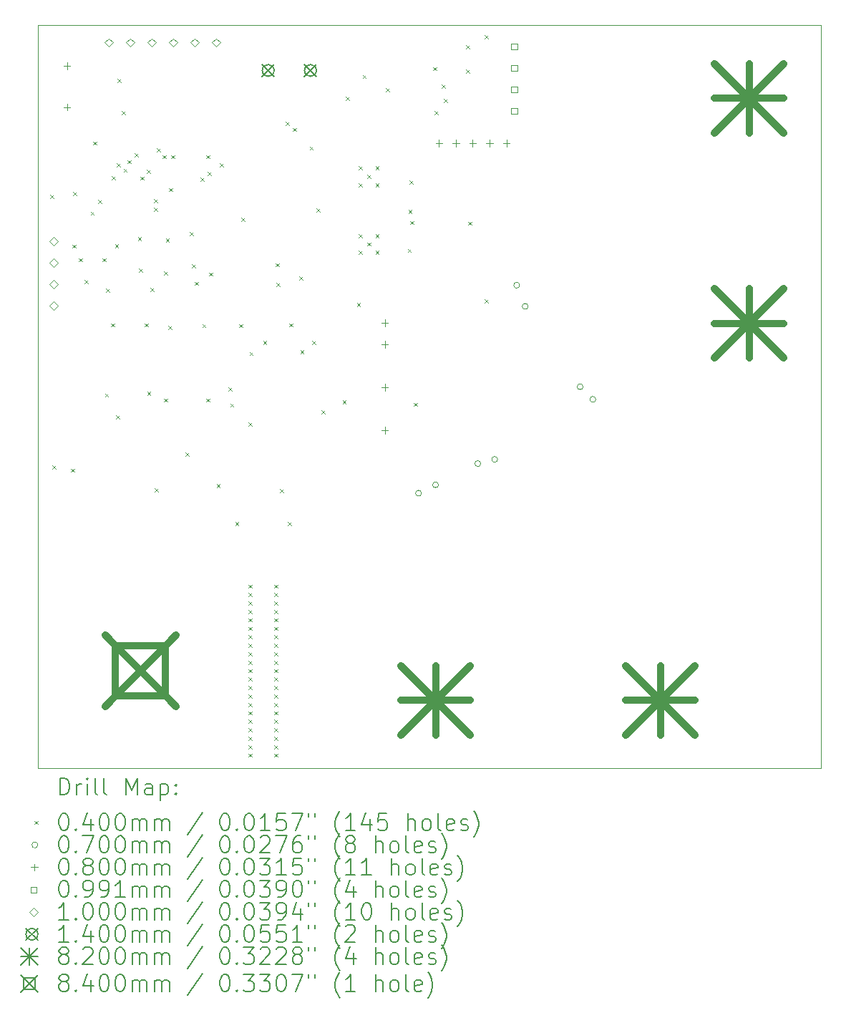
<source format=gbr>
%TF.GenerationSoftware,KiCad,Pcbnew,7.0.9*%
%TF.CreationDate,2024-06-05T17:19:43+05:30*%
%TF.ProjectId,BMS_Master,424d535f-4d61-4737-9465-722e6b696361,rev?*%
%TF.SameCoordinates,Original*%
%TF.FileFunction,Drillmap*%
%TF.FilePolarity,Positive*%
%FSLAX45Y45*%
G04 Gerber Fmt 4.5, Leading zero omitted, Abs format (unit mm)*
G04 Created by KiCad (PCBNEW 7.0.9) date 2024-06-05 17:19:43*
%MOMM*%
%LPD*%
G01*
G04 APERTURE LIST*
%ADD10C,0.100000*%
%ADD11C,0.200000*%
%ADD12C,0.140000*%
%ADD13C,0.820000*%
%ADD14C,0.840000*%
G04 APERTURE END LIST*
D10*
X18790000Y-5760000D02*
X28050000Y-5760000D01*
X28050000Y-14550000D01*
X18790000Y-14550000D01*
X18790000Y-5760000D01*
D11*
D10*
X18930000Y-7770000D02*
X18970000Y-7810000D01*
X18970000Y-7770000D02*
X18930000Y-7810000D01*
X18960000Y-10970000D02*
X19000000Y-11010000D01*
X19000000Y-10970000D02*
X18960000Y-11010000D01*
X19180000Y-11010000D02*
X19220000Y-11050000D01*
X19220000Y-11010000D02*
X19180000Y-11050000D01*
X19195100Y-8360000D02*
X19235100Y-8400000D01*
X19235100Y-8360000D02*
X19195100Y-8400000D01*
X19200000Y-7740000D02*
X19240000Y-7780000D01*
X19240000Y-7740000D02*
X19200000Y-7780000D01*
X19267550Y-8520000D02*
X19307550Y-8560000D01*
X19307550Y-8520000D02*
X19267550Y-8560000D01*
X19340000Y-8780000D02*
X19380000Y-8820000D01*
X19380000Y-8780000D02*
X19340000Y-8820000D01*
X19410000Y-7970000D02*
X19450000Y-8010000D01*
X19450000Y-7970000D02*
X19410000Y-8010000D01*
X19440000Y-7140000D02*
X19480000Y-7180000D01*
X19480000Y-7140000D02*
X19440000Y-7180000D01*
X19499950Y-7833240D02*
X19539950Y-7873240D01*
X19539950Y-7833240D02*
X19499950Y-7873240D01*
X19550000Y-8520000D02*
X19590000Y-8560000D01*
X19590000Y-8520000D02*
X19550000Y-8560000D01*
X19580000Y-10120000D02*
X19620000Y-10160000D01*
X19620000Y-10120000D02*
X19580000Y-10160000D01*
X19590000Y-8880000D02*
X19630000Y-8920000D01*
X19630000Y-8880000D02*
X19590000Y-8920000D01*
X19650000Y-9290000D02*
X19690000Y-9330000D01*
X19690000Y-9290000D02*
X19650000Y-9330000D01*
X19660000Y-7552550D02*
X19700000Y-7592550D01*
X19700000Y-7552550D02*
X19660000Y-7592550D01*
X19697550Y-8357845D02*
X19737550Y-8397845D01*
X19737550Y-8357845D02*
X19697550Y-8397845D01*
X19710000Y-10380000D02*
X19750000Y-10420000D01*
X19750000Y-10380000D02*
X19710000Y-10420000D01*
X19721979Y-7400000D02*
X19761979Y-7440000D01*
X19761979Y-7400000D02*
X19721979Y-7440000D01*
X19730000Y-6400000D02*
X19770000Y-6440000D01*
X19770000Y-6400000D02*
X19730000Y-6440000D01*
X19780000Y-6780000D02*
X19820000Y-6820000D01*
X19820000Y-6780000D02*
X19780000Y-6820000D01*
X19799834Y-7462798D02*
X19839834Y-7502798D01*
X19839834Y-7462798D02*
X19799834Y-7502798D01*
X19843719Y-7359904D02*
X19883719Y-7399904D01*
X19883719Y-7359904D02*
X19843719Y-7399904D01*
X19931429Y-7282472D02*
X19971429Y-7322472D01*
X19971429Y-7282472D02*
X19931429Y-7322472D01*
X19970000Y-8270000D02*
X20010000Y-8310000D01*
X20010000Y-8270000D02*
X19970000Y-8310000D01*
X19980000Y-8645050D02*
X20020000Y-8685050D01*
X20020000Y-8645050D02*
X19980000Y-8685050D01*
X19996230Y-7556230D02*
X20036230Y-7596230D01*
X20036230Y-7556230D02*
X19996230Y-7596230D01*
X20050000Y-9290000D02*
X20090000Y-9330000D01*
X20090000Y-9290000D02*
X20050000Y-9330000D01*
X20074978Y-7474978D02*
X20114978Y-7514978D01*
X20114978Y-7474978D02*
X20074978Y-7514978D01*
X20080000Y-10100000D02*
X20120000Y-10140000D01*
X20120000Y-10100000D02*
X20080000Y-10140000D01*
X20120000Y-8870000D02*
X20160000Y-8910000D01*
X20160000Y-8870000D02*
X20120000Y-8910000D01*
X20156501Y-7925557D02*
X20196501Y-7965557D01*
X20196501Y-7925557D02*
X20156501Y-7965557D01*
X20160000Y-7820000D02*
X20200000Y-7860000D01*
X20200000Y-7820000D02*
X20160000Y-7860000D01*
X20170000Y-11240000D02*
X20210000Y-11280000D01*
X20210000Y-11240000D02*
X20170000Y-11280000D01*
X20196013Y-7223216D02*
X20236013Y-7263216D01*
X20236013Y-7223216D02*
X20196013Y-7263216D01*
X20260000Y-7300000D02*
X20300000Y-7340000D01*
X20300000Y-7300000D02*
X20260000Y-7340000D01*
X20280000Y-8680000D02*
X20320000Y-8720000D01*
X20320000Y-8680000D02*
X20280000Y-8720000D01*
X20280000Y-10180000D02*
X20320000Y-10220000D01*
X20320000Y-10180000D02*
X20280000Y-10220000D01*
X20300000Y-8290000D02*
X20340000Y-8330000D01*
X20340000Y-8290000D02*
X20300000Y-8330000D01*
X20330000Y-9320000D02*
X20370000Y-9360000D01*
X20370000Y-9320000D02*
X20330000Y-9360000D01*
X20340000Y-7690000D02*
X20380000Y-7730000D01*
X20380000Y-7690000D02*
X20340000Y-7730000D01*
X20359950Y-7300000D02*
X20399950Y-7340000D01*
X20399950Y-7300000D02*
X20359950Y-7340000D01*
X20530000Y-10817550D02*
X20570000Y-10857550D01*
X20570000Y-10817550D02*
X20530000Y-10857550D01*
X20580000Y-8210000D02*
X20620000Y-8250000D01*
X20620000Y-8210000D02*
X20580000Y-8250000D01*
X20606979Y-8590050D02*
X20646979Y-8630050D01*
X20646979Y-8590050D02*
X20606979Y-8630050D01*
X20640000Y-8800000D02*
X20680000Y-8840000D01*
X20680000Y-8800000D02*
X20640000Y-8840000D01*
X20710000Y-7570000D02*
X20750000Y-7610000D01*
X20750000Y-7570000D02*
X20710000Y-7610000D01*
X20730000Y-9300000D02*
X20770000Y-9340000D01*
X20770000Y-9300000D02*
X20730000Y-9340000D01*
X20780000Y-7300000D02*
X20820000Y-7340000D01*
X20820000Y-7300000D02*
X20780000Y-7340000D01*
X20780000Y-10180000D02*
X20820000Y-10220000D01*
X20820000Y-10180000D02*
X20780000Y-10220000D01*
X20793164Y-7497550D02*
X20833164Y-7537550D01*
X20833164Y-7497550D02*
X20793164Y-7537550D01*
X20810000Y-8690000D02*
X20850000Y-8730000D01*
X20850000Y-8690000D02*
X20810000Y-8730000D01*
X20900500Y-11192500D02*
X20940500Y-11232500D01*
X20940500Y-11192500D02*
X20900500Y-11232500D01*
X20940000Y-7400000D02*
X20980000Y-7440000D01*
X20980000Y-7400000D02*
X20940000Y-7440000D01*
X21040000Y-10050000D02*
X21080000Y-10090000D01*
X21080000Y-10050000D02*
X21040000Y-10090000D01*
X21060000Y-10240000D02*
X21100000Y-10280000D01*
X21100000Y-10240000D02*
X21060000Y-10280000D01*
X21120000Y-11640000D02*
X21160000Y-11680000D01*
X21160000Y-11640000D02*
X21120000Y-11680000D01*
X21170000Y-9300000D02*
X21210000Y-9340000D01*
X21210000Y-9300000D02*
X21170000Y-9340000D01*
X21190000Y-8040000D02*
X21230000Y-8080000D01*
X21230000Y-8040000D02*
X21190000Y-8080000D01*
X21275163Y-10464458D02*
X21315163Y-10504458D01*
X21315163Y-10464458D02*
X21275163Y-10504458D01*
X21280000Y-12380000D02*
X21320000Y-12420000D01*
X21320000Y-12380000D02*
X21280000Y-12420000D01*
X21280000Y-12480000D02*
X21320000Y-12520000D01*
X21320000Y-12480000D02*
X21280000Y-12520000D01*
X21280000Y-12580000D02*
X21320000Y-12620000D01*
X21320000Y-12580000D02*
X21280000Y-12620000D01*
X21280000Y-12680000D02*
X21320000Y-12720000D01*
X21320000Y-12680000D02*
X21280000Y-12720000D01*
X21280000Y-12780000D02*
X21320000Y-12820000D01*
X21320000Y-12780000D02*
X21280000Y-12820000D01*
X21280000Y-12880000D02*
X21320000Y-12920000D01*
X21320000Y-12880000D02*
X21280000Y-12920000D01*
X21280000Y-12980000D02*
X21320000Y-13020000D01*
X21320000Y-12980000D02*
X21280000Y-13020000D01*
X21280000Y-13080000D02*
X21320000Y-13120000D01*
X21320000Y-13080000D02*
X21280000Y-13120000D01*
X21280000Y-13180000D02*
X21320000Y-13220000D01*
X21320000Y-13180000D02*
X21280000Y-13220000D01*
X21280000Y-13280000D02*
X21320000Y-13320000D01*
X21320000Y-13280000D02*
X21280000Y-13320000D01*
X21280000Y-13380000D02*
X21320000Y-13420000D01*
X21320000Y-13380000D02*
X21280000Y-13420000D01*
X21280000Y-13480000D02*
X21320000Y-13520000D01*
X21320000Y-13480000D02*
X21280000Y-13520000D01*
X21280000Y-13580000D02*
X21320000Y-13620000D01*
X21320000Y-13580000D02*
X21280000Y-13620000D01*
X21280000Y-13680000D02*
X21320000Y-13720000D01*
X21320000Y-13680000D02*
X21280000Y-13720000D01*
X21280000Y-13780000D02*
X21320000Y-13820000D01*
X21320000Y-13780000D02*
X21280000Y-13820000D01*
X21280000Y-13880000D02*
X21320000Y-13920000D01*
X21320000Y-13880000D02*
X21280000Y-13920000D01*
X21280000Y-13980000D02*
X21320000Y-14020000D01*
X21320000Y-13980000D02*
X21280000Y-14020000D01*
X21280000Y-14080000D02*
X21320000Y-14120000D01*
X21320000Y-14080000D02*
X21280000Y-14120000D01*
X21280000Y-14180000D02*
X21320000Y-14220000D01*
X21320000Y-14180000D02*
X21280000Y-14220000D01*
X21280000Y-14280000D02*
X21320000Y-14320000D01*
X21320000Y-14280000D02*
X21280000Y-14320000D01*
X21280000Y-14380000D02*
X21320000Y-14420000D01*
X21320000Y-14380000D02*
X21280000Y-14420000D01*
X21290000Y-9630000D02*
X21330000Y-9670000D01*
X21330000Y-9630000D02*
X21290000Y-9670000D01*
X21450000Y-9500000D02*
X21490000Y-9540000D01*
X21490000Y-9500000D02*
X21450000Y-9540000D01*
X21580000Y-12380000D02*
X21620000Y-12420000D01*
X21620000Y-12380000D02*
X21580000Y-12420000D01*
X21580000Y-12480000D02*
X21620000Y-12520000D01*
X21620000Y-12480000D02*
X21580000Y-12520000D01*
X21580000Y-12580000D02*
X21620000Y-12620000D01*
X21620000Y-12580000D02*
X21580000Y-12620000D01*
X21580000Y-12680000D02*
X21620000Y-12720000D01*
X21620000Y-12680000D02*
X21580000Y-12720000D01*
X21580000Y-12780000D02*
X21620000Y-12820000D01*
X21620000Y-12780000D02*
X21580000Y-12820000D01*
X21580000Y-12880000D02*
X21620000Y-12920000D01*
X21620000Y-12880000D02*
X21580000Y-12920000D01*
X21580000Y-12980000D02*
X21620000Y-13020000D01*
X21620000Y-12980000D02*
X21580000Y-13020000D01*
X21580000Y-13080000D02*
X21620000Y-13120000D01*
X21620000Y-13080000D02*
X21580000Y-13120000D01*
X21580000Y-13180000D02*
X21620000Y-13220000D01*
X21620000Y-13180000D02*
X21580000Y-13220000D01*
X21580000Y-13280000D02*
X21620000Y-13320000D01*
X21620000Y-13280000D02*
X21580000Y-13320000D01*
X21580000Y-13380000D02*
X21620000Y-13420000D01*
X21620000Y-13380000D02*
X21580000Y-13420000D01*
X21580000Y-13480000D02*
X21620000Y-13520000D01*
X21620000Y-13480000D02*
X21580000Y-13520000D01*
X21580000Y-13580000D02*
X21620000Y-13620000D01*
X21620000Y-13580000D02*
X21580000Y-13620000D01*
X21580000Y-13680000D02*
X21620000Y-13720000D01*
X21620000Y-13680000D02*
X21580000Y-13720000D01*
X21580000Y-13780000D02*
X21620000Y-13820000D01*
X21620000Y-13780000D02*
X21580000Y-13820000D01*
X21580000Y-13880000D02*
X21620000Y-13920000D01*
X21620000Y-13880000D02*
X21580000Y-13920000D01*
X21580000Y-13980000D02*
X21620000Y-14020000D01*
X21620000Y-13980000D02*
X21580000Y-14020000D01*
X21580000Y-14080000D02*
X21620000Y-14120000D01*
X21620000Y-14080000D02*
X21580000Y-14120000D01*
X21580000Y-14180000D02*
X21620000Y-14220000D01*
X21620000Y-14180000D02*
X21580000Y-14220000D01*
X21580000Y-14280000D02*
X21620000Y-14320000D01*
X21620000Y-14280000D02*
X21580000Y-14320000D01*
X21580000Y-14380000D02*
X21620000Y-14420000D01*
X21620000Y-14380000D02*
X21580000Y-14420000D01*
X21600000Y-8580000D02*
X21640000Y-8620000D01*
X21640000Y-8580000D02*
X21600000Y-8620000D01*
X21610000Y-8810000D02*
X21650000Y-8850000D01*
X21650000Y-8810000D02*
X21610000Y-8850000D01*
X21650000Y-11250000D02*
X21690000Y-11290000D01*
X21690000Y-11250000D02*
X21650000Y-11290000D01*
X21720000Y-6907550D02*
X21760000Y-6947550D01*
X21760000Y-6907550D02*
X21720000Y-6947550D01*
X21740000Y-11640000D02*
X21780000Y-11680000D01*
X21780000Y-11640000D02*
X21740000Y-11680000D01*
X21760000Y-9290000D02*
X21800000Y-9330000D01*
X21800000Y-9290000D02*
X21760000Y-9330000D01*
X21800000Y-6980000D02*
X21840000Y-7020000D01*
X21840000Y-6980000D02*
X21800000Y-7020000D01*
X21880000Y-8734000D02*
X21920000Y-8774000D01*
X21920000Y-8734000D02*
X21880000Y-8774000D01*
X21890000Y-9610000D02*
X21930000Y-9650000D01*
X21930000Y-9610000D02*
X21890000Y-9650000D01*
X22000000Y-7200000D02*
X22040000Y-7240000D01*
X22040000Y-7200000D02*
X22000000Y-7240000D01*
X22030000Y-9500000D02*
X22070000Y-9540000D01*
X22070000Y-9500000D02*
X22030000Y-9540000D01*
X22080000Y-7934000D02*
X22120000Y-7974000D01*
X22120000Y-7934000D02*
X22080000Y-7974000D01*
X22140000Y-10320000D02*
X22180000Y-10360000D01*
X22180000Y-10320000D02*
X22140000Y-10360000D01*
X22390000Y-10200000D02*
X22430000Y-10240000D01*
X22430000Y-10200000D02*
X22390000Y-10240000D01*
X22427550Y-6608770D02*
X22467550Y-6648770D01*
X22467550Y-6608770D02*
X22427550Y-6648770D01*
X22560000Y-9050000D02*
X22600000Y-9090000D01*
X22600000Y-9050000D02*
X22560000Y-9090000D01*
X22580000Y-7434000D02*
X22620000Y-7474000D01*
X22620000Y-7434000D02*
X22580000Y-7474000D01*
X22580000Y-7634000D02*
X22620000Y-7674000D01*
X22620000Y-7634000D02*
X22580000Y-7674000D01*
X22580000Y-8234000D02*
X22620000Y-8274000D01*
X22620000Y-8234000D02*
X22580000Y-8274000D01*
X22580000Y-8434000D02*
X22620000Y-8474000D01*
X22620000Y-8434000D02*
X22580000Y-8474000D01*
X22628050Y-6352450D02*
X22668050Y-6392450D01*
X22668050Y-6352450D02*
X22628050Y-6392450D01*
X22680000Y-7534000D02*
X22720000Y-7574000D01*
X22720000Y-7534000D02*
X22680000Y-7574000D01*
X22680000Y-8334000D02*
X22720000Y-8374000D01*
X22720000Y-8334000D02*
X22680000Y-8374000D01*
X22780000Y-7434000D02*
X22820000Y-7474000D01*
X22820000Y-7434000D02*
X22780000Y-7474000D01*
X22780000Y-7634000D02*
X22820000Y-7674000D01*
X22820000Y-7634000D02*
X22780000Y-7674000D01*
X22780000Y-8234000D02*
X22820000Y-8274000D01*
X22820000Y-8234000D02*
X22780000Y-8274000D01*
X22780000Y-8434000D02*
X22820000Y-8474000D01*
X22820000Y-8434000D02*
X22780000Y-8474000D01*
X22899950Y-6510000D02*
X22939950Y-6550000D01*
X22939950Y-6510000D02*
X22899950Y-6550000D01*
X23160000Y-8410000D02*
X23200000Y-8450000D01*
X23200000Y-8410000D02*
X23160000Y-8450000D01*
X23170000Y-7950000D02*
X23210000Y-7990000D01*
X23210000Y-7950000D02*
X23170000Y-7990000D01*
X23180000Y-7600000D02*
X23220000Y-7640000D01*
X23220000Y-7600000D02*
X23180000Y-7640000D01*
X23190000Y-8080000D02*
X23230000Y-8120000D01*
X23230000Y-8080000D02*
X23190000Y-8120000D01*
X23230000Y-10230000D02*
X23270000Y-10270000D01*
X23270000Y-10230000D02*
X23230000Y-10270000D01*
X23460000Y-6260000D02*
X23500000Y-6300000D01*
X23500000Y-6260000D02*
X23460000Y-6300000D01*
X23480000Y-6780000D02*
X23520000Y-6820000D01*
X23520000Y-6780000D02*
X23480000Y-6820000D01*
X23560000Y-6470000D02*
X23600000Y-6510000D01*
X23600000Y-6470000D02*
X23560000Y-6510000D01*
X23590751Y-6637816D02*
X23630751Y-6677816D01*
X23630751Y-6637816D02*
X23590751Y-6677816D01*
X23851950Y-6000000D02*
X23891950Y-6040000D01*
X23891950Y-6000000D02*
X23851950Y-6040000D01*
X23851950Y-6290000D02*
X23891950Y-6330000D01*
X23891950Y-6290000D02*
X23851950Y-6330000D01*
X23877544Y-8087406D02*
X23917544Y-8127406D01*
X23917544Y-8087406D02*
X23877544Y-8127406D01*
X24068770Y-5881230D02*
X24108770Y-5921230D01*
X24108770Y-5881230D02*
X24068770Y-5921230D01*
X24070000Y-9005000D02*
X24110000Y-9045000D01*
X24110000Y-9005000D02*
X24070000Y-9045000D01*
X23325000Y-11300000D02*
G75*
G03*
X23325000Y-11300000I-35000J0D01*
G01*
X23525000Y-11200000D02*
G75*
G03*
X23525000Y-11200000I-35000J0D01*
G01*
X24025000Y-10950000D02*
G75*
G03*
X24025000Y-10950000I-35000J0D01*
G01*
X24225000Y-10900000D02*
G75*
G03*
X24225000Y-10900000I-35000J0D01*
G01*
X24485000Y-8840000D02*
G75*
G03*
X24485000Y-8840000I-35000J0D01*
G01*
X24585000Y-9090000D02*
G75*
G03*
X24585000Y-9090000I-35000J0D01*
G01*
X25235000Y-10040000D02*
G75*
G03*
X25235000Y-10040000I-35000J0D01*
G01*
X25385000Y-10190000D02*
G75*
G03*
X25385000Y-10190000I-35000J0D01*
G01*
X19130000Y-6205000D02*
X19130000Y-6285000D01*
X19090000Y-6245000D02*
X19170000Y-6245000D01*
X19130000Y-6693000D02*
X19130000Y-6773000D01*
X19090000Y-6733000D02*
X19170000Y-6733000D01*
X22891000Y-9244000D02*
X22891000Y-9324000D01*
X22851000Y-9284000D02*
X22931000Y-9284000D01*
X22891000Y-9498000D02*
X22891000Y-9578000D01*
X22851000Y-9538000D02*
X22931000Y-9538000D01*
X22891000Y-10006000D02*
X22891000Y-10086000D01*
X22851000Y-10046000D02*
X22931000Y-10046000D01*
X22891000Y-10514000D02*
X22891000Y-10594000D01*
X22851000Y-10554000D02*
X22931000Y-10554000D01*
X23530000Y-7120000D02*
X23530000Y-7200000D01*
X23490000Y-7160000D02*
X23570000Y-7160000D01*
X23730000Y-7120000D02*
X23730000Y-7200000D01*
X23690000Y-7160000D02*
X23770000Y-7160000D01*
X23930000Y-7120000D02*
X23930000Y-7200000D01*
X23890000Y-7160000D02*
X23970000Y-7160000D01*
X24130000Y-7120000D02*
X24130000Y-7200000D01*
X24090000Y-7160000D02*
X24170000Y-7160000D01*
X24330000Y-7120000D02*
X24330000Y-7200000D01*
X24290000Y-7160000D02*
X24370000Y-7160000D01*
X24455843Y-6054023D02*
X24455843Y-5983977D01*
X24385797Y-5983977D01*
X24385797Y-6054023D01*
X24455843Y-6054023D01*
X24455843Y-6308023D02*
X24455843Y-6237977D01*
X24385797Y-6237977D01*
X24385797Y-6308023D01*
X24455843Y-6308023D01*
X24455843Y-6562023D02*
X24455843Y-6491977D01*
X24385797Y-6491977D01*
X24385797Y-6562023D01*
X24455843Y-6562023D01*
X24455843Y-6816023D02*
X24455843Y-6745977D01*
X24385797Y-6745977D01*
X24385797Y-6816023D01*
X24455843Y-6816023D01*
X18970000Y-8370000D02*
X19020000Y-8320000D01*
X18970000Y-8270000D01*
X18920000Y-8320000D01*
X18970000Y-8370000D01*
X18970000Y-8624000D02*
X19020000Y-8574000D01*
X18970000Y-8524000D01*
X18920000Y-8574000D01*
X18970000Y-8624000D01*
X18970000Y-8878000D02*
X19020000Y-8828000D01*
X18970000Y-8778000D01*
X18920000Y-8828000D01*
X18970000Y-8878000D01*
X18970000Y-9132000D02*
X19020000Y-9082000D01*
X18970000Y-9032000D01*
X18920000Y-9082000D01*
X18970000Y-9132000D01*
X19628000Y-6020000D02*
X19678000Y-5970000D01*
X19628000Y-5920000D01*
X19578000Y-5970000D01*
X19628000Y-6020000D01*
X19882000Y-6020000D02*
X19932000Y-5970000D01*
X19882000Y-5920000D01*
X19832000Y-5970000D01*
X19882000Y-6020000D01*
X20136000Y-6020000D02*
X20186000Y-5970000D01*
X20136000Y-5920000D01*
X20086000Y-5970000D01*
X20136000Y-6020000D01*
X20390000Y-6020000D02*
X20440000Y-5970000D01*
X20390000Y-5920000D01*
X20340000Y-5970000D01*
X20390000Y-6020000D01*
X20644000Y-6020000D02*
X20694000Y-5970000D01*
X20644000Y-5920000D01*
X20594000Y-5970000D01*
X20644000Y-6020000D01*
X20898000Y-6020000D02*
X20948000Y-5970000D01*
X20898000Y-5920000D01*
X20848000Y-5970000D01*
X20898000Y-6020000D01*
D12*
X21440000Y-6230000D02*
X21580000Y-6370000D01*
X21580000Y-6230000D02*
X21440000Y-6370000D01*
X21580000Y-6300000D02*
G75*
G03*
X21580000Y-6300000I-70000J0D01*
G01*
X21940000Y-6230000D02*
X22080000Y-6370000D01*
X22080000Y-6230000D02*
X21940000Y-6370000D01*
X22080000Y-6300000D02*
G75*
G03*
X22080000Y-6300000I-70000J0D01*
G01*
D13*
X23080000Y-13340000D02*
X23900000Y-14160000D01*
X23900000Y-13340000D02*
X23080000Y-14160000D01*
X23490000Y-13340000D02*
X23490000Y-14160000D01*
X23080000Y-13750000D02*
X23900000Y-13750000D01*
X25740000Y-13340000D02*
X26560000Y-14160000D01*
X26560000Y-13340000D02*
X25740000Y-14160000D01*
X26150000Y-13340000D02*
X26150000Y-14160000D01*
X25740000Y-13750000D02*
X26560000Y-13750000D01*
X26790000Y-6220000D02*
X27610000Y-7040000D01*
X27610000Y-6220000D02*
X26790000Y-7040000D01*
X27200000Y-6220000D02*
X27200000Y-7040000D01*
X26790000Y-6630000D02*
X27610000Y-6630000D01*
X26790000Y-8880000D02*
X27610000Y-9700000D01*
X27610000Y-8880000D02*
X26790000Y-9700000D01*
X27200000Y-8880000D02*
X27200000Y-9700000D01*
X26790000Y-9290000D02*
X27610000Y-9290000D01*
D14*
X19580000Y-12980000D02*
X20420000Y-13820000D01*
X20420000Y-12980000D02*
X19580000Y-13820000D01*
X20296988Y-13696988D02*
X20296988Y-13103012D01*
X19703012Y-13103012D01*
X19703012Y-13696988D01*
X20296988Y-13696988D01*
D11*
X19045777Y-14867484D02*
X19045777Y-14667484D01*
X19045777Y-14667484D02*
X19093396Y-14667484D01*
X19093396Y-14667484D02*
X19121967Y-14677008D01*
X19121967Y-14677008D02*
X19141015Y-14696055D01*
X19141015Y-14696055D02*
X19150539Y-14715103D01*
X19150539Y-14715103D02*
X19160063Y-14753198D01*
X19160063Y-14753198D02*
X19160063Y-14781769D01*
X19160063Y-14781769D02*
X19150539Y-14819865D01*
X19150539Y-14819865D02*
X19141015Y-14838912D01*
X19141015Y-14838912D02*
X19121967Y-14857960D01*
X19121967Y-14857960D02*
X19093396Y-14867484D01*
X19093396Y-14867484D02*
X19045777Y-14867484D01*
X19245777Y-14867484D02*
X19245777Y-14734150D01*
X19245777Y-14772246D02*
X19255301Y-14753198D01*
X19255301Y-14753198D02*
X19264824Y-14743674D01*
X19264824Y-14743674D02*
X19283872Y-14734150D01*
X19283872Y-14734150D02*
X19302920Y-14734150D01*
X19369586Y-14867484D02*
X19369586Y-14734150D01*
X19369586Y-14667484D02*
X19360063Y-14677008D01*
X19360063Y-14677008D02*
X19369586Y-14686531D01*
X19369586Y-14686531D02*
X19379110Y-14677008D01*
X19379110Y-14677008D02*
X19369586Y-14667484D01*
X19369586Y-14667484D02*
X19369586Y-14686531D01*
X19493396Y-14867484D02*
X19474348Y-14857960D01*
X19474348Y-14857960D02*
X19464824Y-14838912D01*
X19464824Y-14838912D02*
X19464824Y-14667484D01*
X19598158Y-14867484D02*
X19579110Y-14857960D01*
X19579110Y-14857960D02*
X19569586Y-14838912D01*
X19569586Y-14838912D02*
X19569586Y-14667484D01*
X19826729Y-14867484D02*
X19826729Y-14667484D01*
X19826729Y-14667484D02*
X19893396Y-14810341D01*
X19893396Y-14810341D02*
X19960063Y-14667484D01*
X19960063Y-14667484D02*
X19960063Y-14867484D01*
X20141015Y-14867484D02*
X20141015Y-14762722D01*
X20141015Y-14762722D02*
X20131491Y-14743674D01*
X20131491Y-14743674D02*
X20112444Y-14734150D01*
X20112444Y-14734150D02*
X20074348Y-14734150D01*
X20074348Y-14734150D02*
X20055301Y-14743674D01*
X20141015Y-14857960D02*
X20121967Y-14867484D01*
X20121967Y-14867484D02*
X20074348Y-14867484D01*
X20074348Y-14867484D02*
X20055301Y-14857960D01*
X20055301Y-14857960D02*
X20045777Y-14838912D01*
X20045777Y-14838912D02*
X20045777Y-14819865D01*
X20045777Y-14819865D02*
X20055301Y-14800817D01*
X20055301Y-14800817D02*
X20074348Y-14791293D01*
X20074348Y-14791293D02*
X20121967Y-14791293D01*
X20121967Y-14791293D02*
X20141015Y-14781769D01*
X20236253Y-14734150D02*
X20236253Y-14934150D01*
X20236253Y-14743674D02*
X20255301Y-14734150D01*
X20255301Y-14734150D02*
X20293396Y-14734150D01*
X20293396Y-14734150D02*
X20312444Y-14743674D01*
X20312444Y-14743674D02*
X20321967Y-14753198D01*
X20321967Y-14753198D02*
X20331491Y-14772246D01*
X20331491Y-14772246D02*
X20331491Y-14829388D01*
X20331491Y-14829388D02*
X20321967Y-14848436D01*
X20321967Y-14848436D02*
X20312444Y-14857960D01*
X20312444Y-14857960D02*
X20293396Y-14867484D01*
X20293396Y-14867484D02*
X20255301Y-14867484D01*
X20255301Y-14867484D02*
X20236253Y-14857960D01*
X20417205Y-14848436D02*
X20426729Y-14857960D01*
X20426729Y-14857960D02*
X20417205Y-14867484D01*
X20417205Y-14867484D02*
X20407682Y-14857960D01*
X20407682Y-14857960D02*
X20417205Y-14848436D01*
X20417205Y-14848436D02*
X20417205Y-14867484D01*
X20417205Y-14743674D02*
X20426729Y-14753198D01*
X20426729Y-14753198D02*
X20417205Y-14762722D01*
X20417205Y-14762722D02*
X20407682Y-14753198D01*
X20407682Y-14753198D02*
X20417205Y-14743674D01*
X20417205Y-14743674D02*
X20417205Y-14762722D01*
D10*
X18745000Y-15176000D02*
X18785000Y-15216000D01*
X18785000Y-15176000D02*
X18745000Y-15216000D01*
D11*
X19083872Y-15087484D02*
X19102920Y-15087484D01*
X19102920Y-15087484D02*
X19121967Y-15097008D01*
X19121967Y-15097008D02*
X19131491Y-15106531D01*
X19131491Y-15106531D02*
X19141015Y-15125579D01*
X19141015Y-15125579D02*
X19150539Y-15163674D01*
X19150539Y-15163674D02*
X19150539Y-15211293D01*
X19150539Y-15211293D02*
X19141015Y-15249388D01*
X19141015Y-15249388D02*
X19131491Y-15268436D01*
X19131491Y-15268436D02*
X19121967Y-15277960D01*
X19121967Y-15277960D02*
X19102920Y-15287484D01*
X19102920Y-15287484D02*
X19083872Y-15287484D01*
X19083872Y-15287484D02*
X19064824Y-15277960D01*
X19064824Y-15277960D02*
X19055301Y-15268436D01*
X19055301Y-15268436D02*
X19045777Y-15249388D01*
X19045777Y-15249388D02*
X19036253Y-15211293D01*
X19036253Y-15211293D02*
X19036253Y-15163674D01*
X19036253Y-15163674D02*
X19045777Y-15125579D01*
X19045777Y-15125579D02*
X19055301Y-15106531D01*
X19055301Y-15106531D02*
X19064824Y-15097008D01*
X19064824Y-15097008D02*
X19083872Y-15087484D01*
X19236253Y-15268436D02*
X19245777Y-15277960D01*
X19245777Y-15277960D02*
X19236253Y-15287484D01*
X19236253Y-15287484D02*
X19226729Y-15277960D01*
X19226729Y-15277960D02*
X19236253Y-15268436D01*
X19236253Y-15268436D02*
X19236253Y-15287484D01*
X19417205Y-15154150D02*
X19417205Y-15287484D01*
X19369586Y-15077960D02*
X19321967Y-15220817D01*
X19321967Y-15220817D02*
X19445777Y-15220817D01*
X19560063Y-15087484D02*
X19579110Y-15087484D01*
X19579110Y-15087484D02*
X19598158Y-15097008D01*
X19598158Y-15097008D02*
X19607682Y-15106531D01*
X19607682Y-15106531D02*
X19617205Y-15125579D01*
X19617205Y-15125579D02*
X19626729Y-15163674D01*
X19626729Y-15163674D02*
X19626729Y-15211293D01*
X19626729Y-15211293D02*
X19617205Y-15249388D01*
X19617205Y-15249388D02*
X19607682Y-15268436D01*
X19607682Y-15268436D02*
X19598158Y-15277960D01*
X19598158Y-15277960D02*
X19579110Y-15287484D01*
X19579110Y-15287484D02*
X19560063Y-15287484D01*
X19560063Y-15287484D02*
X19541015Y-15277960D01*
X19541015Y-15277960D02*
X19531491Y-15268436D01*
X19531491Y-15268436D02*
X19521967Y-15249388D01*
X19521967Y-15249388D02*
X19512444Y-15211293D01*
X19512444Y-15211293D02*
X19512444Y-15163674D01*
X19512444Y-15163674D02*
X19521967Y-15125579D01*
X19521967Y-15125579D02*
X19531491Y-15106531D01*
X19531491Y-15106531D02*
X19541015Y-15097008D01*
X19541015Y-15097008D02*
X19560063Y-15087484D01*
X19750539Y-15087484D02*
X19769586Y-15087484D01*
X19769586Y-15087484D02*
X19788634Y-15097008D01*
X19788634Y-15097008D02*
X19798158Y-15106531D01*
X19798158Y-15106531D02*
X19807682Y-15125579D01*
X19807682Y-15125579D02*
X19817205Y-15163674D01*
X19817205Y-15163674D02*
X19817205Y-15211293D01*
X19817205Y-15211293D02*
X19807682Y-15249388D01*
X19807682Y-15249388D02*
X19798158Y-15268436D01*
X19798158Y-15268436D02*
X19788634Y-15277960D01*
X19788634Y-15277960D02*
X19769586Y-15287484D01*
X19769586Y-15287484D02*
X19750539Y-15287484D01*
X19750539Y-15287484D02*
X19731491Y-15277960D01*
X19731491Y-15277960D02*
X19721967Y-15268436D01*
X19721967Y-15268436D02*
X19712444Y-15249388D01*
X19712444Y-15249388D02*
X19702920Y-15211293D01*
X19702920Y-15211293D02*
X19702920Y-15163674D01*
X19702920Y-15163674D02*
X19712444Y-15125579D01*
X19712444Y-15125579D02*
X19721967Y-15106531D01*
X19721967Y-15106531D02*
X19731491Y-15097008D01*
X19731491Y-15097008D02*
X19750539Y-15087484D01*
X19902920Y-15287484D02*
X19902920Y-15154150D01*
X19902920Y-15173198D02*
X19912444Y-15163674D01*
X19912444Y-15163674D02*
X19931491Y-15154150D01*
X19931491Y-15154150D02*
X19960063Y-15154150D01*
X19960063Y-15154150D02*
X19979110Y-15163674D01*
X19979110Y-15163674D02*
X19988634Y-15182722D01*
X19988634Y-15182722D02*
X19988634Y-15287484D01*
X19988634Y-15182722D02*
X19998158Y-15163674D01*
X19998158Y-15163674D02*
X20017205Y-15154150D01*
X20017205Y-15154150D02*
X20045777Y-15154150D01*
X20045777Y-15154150D02*
X20064825Y-15163674D01*
X20064825Y-15163674D02*
X20074348Y-15182722D01*
X20074348Y-15182722D02*
X20074348Y-15287484D01*
X20169586Y-15287484D02*
X20169586Y-15154150D01*
X20169586Y-15173198D02*
X20179110Y-15163674D01*
X20179110Y-15163674D02*
X20198158Y-15154150D01*
X20198158Y-15154150D02*
X20226729Y-15154150D01*
X20226729Y-15154150D02*
X20245777Y-15163674D01*
X20245777Y-15163674D02*
X20255301Y-15182722D01*
X20255301Y-15182722D02*
X20255301Y-15287484D01*
X20255301Y-15182722D02*
X20264825Y-15163674D01*
X20264825Y-15163674D02*
X20283872Y-15154150D01*
X20283872Y-15154150D02*
X20312444Y-15154150D01*
X20312444Y-15154150D02*
X20331491Y-15163674D01*
X20331491Y-15163674D02*
X20341015Y-15182722D01*
X20341015Y-15182722D02*
X20341015Y-15287484D01*
X20731491Y-15077960D02*
X20560063Y-15335103D01*
X20988634Y-15087484D02*
X21007682Y-15087484D01*
X21007682Y-15087484D02*
X21026729Y-15097008D01*
X21026729Y-15097008D02*
X21036253Y-15106531D01*
X21036253Y-15106531D02*
X21045777Y-15125579D01*
X21045777Y-15125579D02*
X21055301Y-15163674D01*
X21055301Y-15163674D02*
X21055301Y-15211293D01*
X21055301Y-15211293D02*
X21045777Y-15249388D01*
X21045777Y-15249388D02*
X21036253Y-15268436D01*
X21036253Y-15268436D02*
X21026729Y-15277960D01*
X21026729Y-15277960D02*
X21007682Y-15287484D01*
X21007682Y-15287484D02*
X20988634Y-15287484D01*
X20988634Y-15287484D02*
X20969587Y-15277960D01*
X20969587Y-15277960D02*
X20960063Y-15268436D01*
X20960063Y-15268436D02*
X20950539Y-15249388D01*
X20950539Y-15249388D02*
X20941015Y-15211293D01*
X20941015Y-15211293D02*
X20941015Y-15163674D01*
X20941015Y-15163674D02*
X20950539Y-15125579D01*
X20950539Y-15125579D02*
X20960063Y-15106531D01*
X20960063Y-15106531D02*
X20969587Y-15097008D01*
X20969587Y-15097008D02*
X20988634Y-15087484D01*
X21141015Y-15268436D02*
X21150539Y-15277960D01*
X21150539Y-15277960D02*
X21141015Y-15287484D01*
X21141015Y-15287484D02*
X21131491Y-15277960D01*
X21131491Y-15277960D02*
X21141015Y-15268436D01*
X21141015Y-15268436D02*
X21141015Y-15287484D01*
X21274348Y-15087484D02*
X21293396Y-15087484D01*
X21293396Y-15087484D02*
X21312444Y-15097008D01*
X21312444Y-15097008D02*
X21321968Y-15106531D01*
X21321968Y-15106531D02*
X21331491Y-15125579D01*
X21331491Y-15125579D02*
X21341015Y-15163674D01*
X21341015Y-15163674D02*
X21341015Y-15211293D01*
X21341015Y-15211293D02*
X21331491Y-15249388D01*
X21331491Y-15249388D02*
X21321968Y-15268436D01*
X21321968Y-15268436D02*
X21312444Y-15277960D01*
X21312444Y-15277960D02*
X21293396Y-15287484D01*
X21293396Y-15287484D02*
X21274348Y-15287484D01*
X21274348Y-15287484D02*
X21255301Y-15277960D01*
X21255301Y-15277960D02*
X21245777Y-15268436D01*
X21245777Y-15268436D02*
X21236253Y-15249388D01*
X21236253Y-15249388D02*
X21226729Y-15211293D01*
X21226729Y-15211293D02*
X21226729Y-15163674D01*
X21226729Y-15163674D02*
X21236253Y-15125579D01*
X21236253Y-15125579D02*
X21245777Y-15106531D01*
X21245777Y-15106531D02*
X21255301Y-15097008D01*
X21255301Y-15097008D02*
X21274348Y-15087484D01*
X21531491Y-15287484D02*
X21417206Y-15287484D01*
X21474348Y-15287484D02*
X21474348Y-15087484D01*
X21474348Y-15087484D02*
X21455301Y-15116055D01*
X21455301Y-15116055D02*
X21436253Y-15135103D01*
X21436253Y-15135103D02*
X21417206Y-15144627D01*
X21712444Y-15087484D02*
X21617206Y-15087484D01*
X21617206Y-15087484D02*
X21607682Y-15182722D01*
X21607682Y-15182722D02*
X21617206Y-15173198D01*
X21617206Y-15173198D02*
X21636253Y-15163674D01*
X21636253Y-15163674D02*
X21683872Y-15163674D01*
X21683872Y-15163674D02*
X21702920Y-15173198D01*
X21702920Y-15173198D02*
X21712444Y-15182722D01*
X21712444Y-15182722D02*
X21721968Y-15201769D01*
X21721968Y-15201769D02*
X21721968Y-15249388D01*
X21721968Y-15249388D02*
X21712444Y-15268436D01*
X21712444Y-15268436D02*
X21702920Y-15277960D01*
X21702920Y-15277960D02*
X21683872Y-15287484D01*
X21683872Y-15287484D02*
X21636253Y-15287484D01*
X21636253Y-15287484D02*
X21617206Y-15277960D01*
X21617206Y-15277960D02*
X21607682Y-15268436D01*
X21788634Y-15087484D02*
X21921968Y-15087484D01*
X21921968Y-15087484D02*
X21836253Y-15287484D01*
X21988634Y-15087484D02*
X21988634Y-15125579D01*
X22064825Y-15087484D02*
X22064825Y-15125579D01*
X22360063Y-15363674D02*
X22350539Y-15354150D01*
X22350539Y-15354150D02*
X22331491Y-15325579D01*
X22331491Y-15325579D02*
X22321968Y-15306531D01*
X22321968Y-15306531D02*
X22312444Y-15277960D01*
X22312444Y-15277960D02*
X22302920Y-15230341D01*
X22302920Y-15230341D02*
X22302920Y-15192246D01*
X22302920Y-15192246D02*
X22312444Y-15144627D01*
X22312444Y-15144627D02*
X22321968Y-15116055D01*
X22321968Y-15116055D02*
X22331491Y-15097008D01*
X22331491Y-15097008D02*
X22350539Y-15068436D01*
X22350539Y-15068436D02*
X22360063Y-15058912D01*
X22541015Y-15287484D02*
X22426729Y-15287484D01*
X22483872Y-15287484D02*
X22483872Y-15087484D01*
X22483872Y-15087484D02*
X22464825Y-15116055D01*
X22464825Y-15116055D02*
X22445777Y-15135103D01*
X22445777Y-15135103D02*
X22426729Y-15144627D01*
X22712444Y-15154150D02*
X22712444Y-15287484D01*
X22664825Y-15077960D02*
X22617206Y-15220817D01*
X22617206Y-15220817D02*
X22741015Y-15220817D01*
X22912444Y-15087484D02*
X22817206Y-15087484D01*
X22817206Y-15087484D02*
X22807682Y-15182722D01*
X22807682Y-15182722D02*
X22817206Y-15173198D01*
X22817206Y-15173198D02*
X22836253Y-15163674D01*
X22836253Y-15163674D02*
X22883872Y-15163674D01*
X22883872Y-15163674D02*
X22902920Y-15173198D01*
X22902920Y-15173198D02*
X22912444Y-15182722D01*
X22912444Y-15182722D02*
X22921968Y-15201769D01*
X22921968Y-15201769D02*
X22921968Y-15249388D01*
X22921968Y-15249388D02*
X22912444Y-15268436D01*
X22912444Y-15268436D02*
X22902920Y-15277960D01*
X22902920Y-15277960D02*
X22883872Y-15287484D01*
X22883872Y-15287484D02*
X22836253Y-15287484D01*
X22836253Y-15287484D02*
X22817206Y-15277960D01*
X22817206Y-15277960D02*
X22807682Y-15268436D01*
X23160063Y-15287484D02*
X23160063Y-15087484D01*
X23245777Y-15287484D02*
X23245777Y-15182722D01*
X23245777Y-15182722D02*
X23236253Y-15163674D01*
X23236253Y-15163674D02*
X23217206Y-15154150D01*
X23217206Y-15154150D02*
X23188634Y-15154150D01*
X23188634Y-15154150D02*
X23169587Y-15163674D01*
X23169587Y-15163674D02*
X23160063Y-15173198D01*
X23369587Y-15287484D02*
X23350539Y-15277960D01*
X23350539Y-15277960D02*
X23341015Y-15268436D01*
X23341015Y-15268436D02*
X23331491Y-15249388D01*
X23331491Y-15249388D02*
X23331491Y-15192246D01*
X23331491Y-15192246D02*
X23341015Y-15173198D01*
X23341015Y-15173198D02*
X23350539Y-15163674D01*
X23350539Y-15163674D02*
X23369587Y-15154150D01*
X23369587Y-15154150D02*
X23398158Y-15154150D01*
X23398158Y-15154150D02*
X23417206Y-15163674D01*
X23417206Y-15163674D02*
X23426730Y-15173198D01*
X23426730Y-15173198D02*
X23436253Y-15192246D01*
X23436253Y-15192246D02*
X23436253Y-15249388D01*
X23436253Y-15249388D02*
X23426730Y-15268436D01*
X23426730Y-15268436D02*
X23417206Y-15277960D01*
X23417206Y-15277960D02*
X23398158Y-15287484D01*
X23398158Y-15287484D02*
X23369587Y-15287484D01*
X23550539Y-15287484D02*
X23531491Y-15277960D01*
X23531491Y-15277960D02*
X23521968Y-15258912D01*
X23521968Y-15258912D02*
X23521968Y-15087484D01*
X23702920Y-15277960D02*
X23683872Y-15287484D01*
X23683872Y-15287484D02*
X23645777Y-15287484D01*
X23645777Y-15287484D02*
X23626730Y-15277960D01*
X23626730Y-15277960D02*
X23617206Y-15258912D01*
X23617206Y-15258912D02*
X23617206Y-15182722D01*
X23617206Y-15182722D02*
X23626730Y-15163674D01*
X23626730Y-15163674D02*
X23645777Y-15154150D01*
X23645777Y-15154150D02*
X23683872Y-15154150D01*
X23683872Y-15154150D02*
X23702920Y-15163674D01*
X23702920Y-15163674D02*
X23712444Y-15182722D01*
X23712444Y-15182722D02*
X23712444Y-15201769D01*
X23712444Y-15201769D02*
X23617206Y-15220817D01*
X23788634Y-15277960D02*
X23807682Y-15287484D01*
X23807682Y-15287484D02*
X23845777Y-15287484D01*
X23845777Y-15287484D02*
X23864825Y-15277960D01*
X23864825Y-15277960D02*
X23874349Y-15258912D01*
X23874349Y-15258912D02*
X23874349Y-15249388D01*
X23874349Y-15249388D02*
X23864825Y-15230341D01*
X23864825Y-15230341D02*
X23845777Y-15220817D01*
X23845777Y-15220817D02*
X23817206Y-15220817D01*
X23817206Y-15220817D02*
X23798158Y-15211293D01*
X23798158Y-15211293D02*
X23788634Y-15192246D01*
X23788634Y-15192246D02*
X23788634Y-15182722D01*
X23788634Y-15182722D02*
X23798158Y-15163674D01*
X23798158Y-15163674D02*
X23817206Y-15154150D01*
X23817206Y-15154150D02*
X23845777Y-15154150D01*
X23845777Y-15154150D02*
X23864825Y-15163674D01*
X23941015Y-15363674D02*
X23950539Y-15354150D01*
X23950539Y-15354150D02*
X23969587Y-15325579D01*
X23969587Y-15325579D02*
X23979111Y-15306531D01*
X23979111Y-15306531D02*
X23988634Y-15277960D01*
X23988634Y-15277960D02*
X23998158Y-15230341D01*
X23998158Y-15230341D02*
X23998158Y-15192246D01*
X23998158Y-15192246D02*
X23988634Y-15144627D01*
X23988634Y-15144627D02*
X23979111Y-15116055D01*
X23979111Y-15116055D02*
X23969587Y-15097008D01*
X23969587Y-15097008D02*
X23950539Y-15068436D01*
X23950539Y-15068436D02*
X23941015Y-15058912D01*
D10*
X18785000Y-15460000D02*
G75*
G03*
X18785000Y-15460000I-35000J0D01*
G01*
D11*
X19083872Y-15351484D02*
X19102920Y-15351484D01*
X19102920Y-15351484D02*
X19121967Y-15361008D01*
X19121967Y-15361008D02*
X19131491Y-15370531D01*
X19131491Y-15370531D02*
X19141015Y-15389579D01*
X19141015Y-15389579D02*
X19150539Y-15427674D01*
X19150539Y-15427674D02*
X19150539Y-15475293D01*
X19150539Y-15475293D02*
X19141015Y-15513388D01*
X19141015Y-15513388D02*
X19131491Y-15532436D01*
X19131491Y-15532436D02*
X19121967Y-15541960D01*
X19121967Y-15541960D02*
X19102920Y-15551484D01*
X19102920Y-15551484D02*
X19083872Y-15551484D01*
X19083872Y-15551484D02*
X19064824Y-15541960D01*
X19064824Y-15541960D02*
X19055301Y-15532436D01*
X19055301Y-15532436D02*
X19045777Y-15513388D01*
X19045777Y-15513388D02*
X19036253Y-15475293D01*
X19036253Y-15475293D02*
X19036253Y-15427674D01*
X19036253Y-15427674D02*
X19045777Y-15389579D01*
X19045777Y-15389579D02*
X19055301Y-15370531D01*
X19055301Y-15370531D02*
X19064824Y-15361008D01*
X19064824Y-15361008D02*
X19083872Y-15351484D01*
X19236253Y-15532436D02*
X19245777Y-15541960D01*
X19245777Y-15541960D02*
X19236253Y-15551484D01*
X19236253Y-15551484D02*
X19226729Y-15541960D01*
X19226729Y-15541960D02*
X19236253Y-15532436D01*
X19236253Y-15532436D02*
X19236253Y-15551484D01*
X19312444Y-15351484D02*
X19445777Y-15351484D01*
X19445777Y-15351484D02*
X19360063Y-15551484D01*
X19560063Y-15351484D02*
X19579110Y-15351484D01*
X19579110Y-15351484D02*
X19598158Y-15361008D01*
X19598158Y-15361008D02*
X19607682Y-15370531D01*
X19607682Y-15370531D02*
X19617205Y-15389579D01*
X19617205Y-15389579D02*
X19626729Y-15427674D01*
X19626729Y-15427674D02*
X19626729Y-15475293D01*
X19626729Y-15475293D02*
X19617205Y-15513388D01*
X19617205Y-15513388D02*
X19607682Y-15532436D01*
X19607682Y-15532436D02*
X19598158Y-15541960D01*
X19598158Y-15541960D02*
X19579110Y-15551484D01*
X19579110Y-15551484D02*
X19560063Y-15551484D01*
X19560063Y-15551484D02*
X19541015Y-15541960D01*
X19541015Y-15541960D02*
X19531491Y-15532436D01*
X19531491Y-15532436D02*
X19521967Y-15513388D01*
X19521967Y-15513388D02*
X19512444Y-15475293D01*
X19512444Y-15475293D02*
X19512444Y-15427674D01*
X19512444Y-15427674D02*
X19521967Y-15389579D01*
X19521967Y-15389579D02*
X19531491Y-15370531D01*
X19531491Y-15370531D02*
X19541015Y-15361008D01*
X19541015Y-15361008D02*
X19560063Y-15351484D01*
X19750539Y-15351484D02*
X19769586Y-15351484D01*
X19769586Y-15351484D02*
X19788634Y-15361008D01*
X19788634Y-15361008D02*
X19798158Y-15370531D01*
X19798158Y-15370531D02*
X19807682Y-15389579D01*
X19807682Y-15389579D02*
X19817205Y-15427674D01*
X19817205Y-15427674D02*
X19817205Y-15475293D01*
X19817205Y-15475293D02*
X19807682Y-15513388D01*
X19807682Y-15513388D02*
X19798158Y-15532436D01*
X19798158Y-15532436D02*
X19788634Y-15541960D01*
X19788634Y-15541960D02*
X19769586Y-15551484D01*
X19769586Y-15551484D02*
X19750539Y-15551484D01*
X19750539Y-15551484D02*
X19731491Y-15541960D01*
X19731491Y-15541960D02*
X19721967Y-15532436D01*
X19721967Y-15532436D02*
X19712444Y-15513388D01*
X19712444Y-15513388D02*
X19702920Y-15475293D01*
X19702920Y-15475293D02*
X19702920Y-15427674D01*
X19702920Y-15427674D02*
X19712444Y-15389579D01*
X19712444Y-15389579D02*
X19721967Y-15370531D01*
X19721967Y-15370531D02*
X19731491Y-15361008D01*
X19731491Y-15361008D02*
X19750539Y-15351484D01*
X19902920Y-15551484D02*
X19902920Y-15418150D01*
X19902920Y-15437198D02*
X19912444Y-15427674D01*
X19912444Y-15427674D02*
X19931491Y-15418150D01*
X19931491Y-15418150D02*
X19960063Y-15418150D01*
X19960063Y-15418150D02*
X19979110Y-15427674D01*
X19979110Y-15427674D02*
X19988634Y-15446722D01*
X19988634Y-15446722D02*
X19988634Y-15551484D01*
X19988634Y-15446722D02*
X19998158Y-15427674D01*
X19998158Y-15427674D02*
X20017205Y-15418150D01*
X20017205Y-15418150D02*
X20045777Y-15418150D01*
X20045777Y-15418150D02*
X20064825Y-15427674D01*
X20064825Y-15427674D02*
X20074348Y-15446722D01*
X20074348Y-15446722D02*
X20074348Y-15551484D01*
X20169586Y-15551484D02*
X20169586Y-15418150D01*
X20169586Y-15437198D02*
X20179110Y-15427674D01*
X20179110Y-15427674D02*
X20198158Y-15418150D01*
X20198158Y-15418150D02*
X20226729Y-15418150D01*
X20226729Y-15418150D02*
X20245777Y-15427674D01*
X20245777Y-15427674D02*
X20255301Y-15446722D01*
X20255301Y-15446722D02*
X20255301Y-15551484D01*
X20255301Y-15446722D02*
X20264825Y-15427674D01*
X20264825Y-15427674D02*
X20283872Y-15418150D01*
X20283872Y-15418150D02*
X20312444Y-15418150D01*
X20312444Y-15418150D02*
X20331491Y-15427674D01*
X20331491Y-15427674D02*
X20341015Y-15446722D01*
X20341015Y-15446722D02*
X20341015Y-15551484D01*
X20731491Y-15341960D02*
X20560063Y-15599103D01*
X20988634Y-15351484D02*
X21007682Y-15351484D01*
X21007682Y-15351484D02*
X21026729Y-15361008D01*
X21026729Y-15361008D02*
X21036253Y-15370531D01*
X21036253Y-15370531D02*
X21045777Y-15389579D01*
X21045777Y-15389579D02*
X21055301Y-15427674D01*
X21055301Y-15427674D02*
X21055301Y-15475293D01*
X21055301Y-15475293D02*
X21045777Y-15513388D01*
X21045777Y-15513388D02*
X21036253Y-15532436D01*
X21036253Y-15532436D02*
X21026729Y-15541960D01*
X21026729Y-15541960D02*
X21007682Y-15551484D01*
X21007682Y-15551484D02*
X20988634Y-15551484D01*
X20988634Y-15551484D02*
X20969587Y-15541960D01*
X20969587Y-15541960D02*
X20960063Y-15532436D01*
X20960063Y-15532436D02*
X20950539Y-15513388D01*
X20950539Y-15513388D02*
X20941015Y-15475293D01*
X20941015Y-15475293D02*
X20941015Y-15427674D01*
X20941015Y-15427674D02*
X20950539Y-15389579D01*
X20950539Y-15389579D02*
X20960063Y-15370531D01*
X20960063Y-15370531D02*
X20969587Y-15361008D01*
X20969587Y-15361008D02*
X20988634Y-15351484D01*
X21141015Y-15532436D02*
X21150539Y-15541960D01*
X21150539Y-15541960D02*
X21141015Y-15551484D01*
X21141015Y-15551484D02*
X21131491Y-15541960D01*
X21131491Y-15541960D02*
X21141015Y-15532436D01*
X21141015Y-15532436D02*
X21141015Y-15551484D01*
X21274348Y-15351484D02*
X21293396Y-15351484D01*
X21293396Y-15351484D02*
X21312444Y-15361008D01*
X21312444Y-15361008D02*
X21321968Y-15370531D01*
X21321968Y-15370531D02*
X21331491Y-15389579D01*
X21331491Y-15389579D02*
X21341015Y-15427674D01*
X21341015Y-15427674D02*
X21341015Y-15475293D01*
X21341015Y-15475293D02*
X21331491Y-15513388D01*
X21331491Y-15513388D02*
X21321968Y-15532436D01*
X21321968Y-15532436D02*
X21312444Y-15541960D01*
X21312444Y-15541960D02*
X21293396Y-15551484D01*
X21293396Y-15551484D02*
X21274348Y-15551484D01*
X21274348Y-15551484D02*
X21255301Y-15541960D01*
X21255301Y-15541960D02*
X21245777Y-15532436D01*
X21245777Y-15532436D02*
X21236253Y-15513388D01*
X21236253Y-15513388D02*
X21226729Y-15475293D01*
X21226729Y-15475293D02*
X21226729Y-15427674D01*
X21226729Y-15427674D02*
X21236253Y-15389579D01*
X21236253Y-15389579D02*
X21245777Y-15370531D01*
X21245777Y-15370531D02*
X21255301Y-15361008D01*
X21255301Y-15361008D02*
X21274348Y-15351484D01*
X21417206Y-15370531D02*
X21426729Y-15361008D01*
X21426729Y-15361008D02*
X21445777Y-15351484D01*
X21445777Y-15351484D02*
X21493396Y-15351484D01*
X21493396Y-15351484D02*
X21512444Y-15361008D01*
X21512444Y-15361008D02*
X21521968Y-15370531D01*
X21521968Y-15370531D02*
X21531491Y-15389579D01*
X21531491Y-15389579D02*
X21531491Y-15408627D01*
X21531491Y-15408627D02*
X21521968Y-15437198D01*
X21521968Y-15437198D02*
X21407682Y-15551484D01*
X21407682Y-15551484D02*
X21531491Y-15551484D01*
X21598158Y-15351484D02*
X21731491Y-15351484D01*
X21731491Y-15351484D02*
X21645777Y-15551484D01*
X21893396Y-15351484D02*
X21855301Y-15351484D01*
X21855301Y-15351484D02*
X21836253Y-15361008D01*
X21836253Y-15361008D02*
X21826729Y-15370531D01*
X21826729Y-15370531D02*
X21807682Y-15399103D01*
X21807682Y-15399103D02*
X21798158Y-15437198D01*
X21798158Y-15437198D02*
X21798158Y-15513388D01*
X21798158Y-15513388D02*
X21807682Y-15532436D01*
X21807682Y-15532436D02*
X21817206Y-15541960D01*
X21817206Y-15541960D02*
X21836253Y-15551484D01*
X21836253Y-15551484D02*
X21874349Y-15551484D01*
X21874349Y-15551484D02*
X21893396Y-15541960D01*
X21893396Y-15541960D02*
X21902920Y-15532436D01*
X21902920Y-15532436D02*
X21912444Y-15513388D01*
X21912444Y-15513388D02*
X21912444Y-15465769D01*
X21912444Y-15465769D02*
X21902920Y-15446722D01*
X21902920Y-15446722D02*
X21893396Y-15437198D01*
X21893396Y-15437198D02*
X21874349Y-15427674D01*
X21874349Y-15427674D02*
X21836253Y-15427674D01*
X21836253Y-15427674D02*
X21817206Y-15437198D01*
X21817206Y-15437198D02*
X21807682Y-15446722D01*
X21807682Y-15446722D02*
X21798158Y-15465769D01*
X21988634Y-15351484D02*
X21988634Y-15389579D01*
X22064825Y-15351484D02*
X22064825Y-15389579D01*
X22360063Y-15627674D02*
X22350539Y-15618150D01*
X22350539Y-15618150D02*
X22331491Y-15589579D01*
X22331491Y-15589579D02*
X22321968Y-15570531D01*
X22321968Y-15570531D02*
X22312444Y-15541960D01*
X22312444Y-15541960D02*
X22302920Y-15494341D01*
X22302920Y-15494341D02*
X22302920Y-15456246D01*
X22302920Y-15456246D02*
X22312444Y-15408627D01*
X22312444Y-15408627D02*
X22321968Y-15380055D01*
X22321968Y-15380055D02*
X22331491Y-15361008D01*
X22331491Y-15361008D02*
X22350539Y-15332436D01*
X22350539Y-15332436D02*
X22360063Y-15322912D01*
X22464825Y-15437198D02*
X22445777Y-15427674D01*
X22445777Y-15427674D02*
X22436253Y-15418150D01*
X22436253Y-15418150D02*
X22426729Y-15399103D01*
X22426729Y-15399103D02*
X22426729Y-15389579D01*
X22426729Y-15389579D02*
X22436253Y-15370531D01*
X22436253Y-15370531D02*
X22445777Y-15361008D01*
X22445777Y-15361008D02*
X22464825Y-15351484D01*
X22464825Y-15351484D02*
X22502920Y-15351484D01*
X22502920Y-15351484D02*
X22521968Y-15361008D01*
X22521968Y-15361008D02*
X22531491Y-15370531D01*
X22531491Y-15370531D02*
X22541015Y-15389579D01*
X22541015Y-15389579D02*
X22541015Y-15399103D01*
X22541015Y-15399103D02*
X22531491Y-15418150D01*
X22531491Y-15418150D02*
X22521968Y-15427674D01*
X22521968Y-15427674D02*
X22502920Y-15437198D01*
X22502920Y-15437198D02*
X22464825Y-15437198D01*
X22464825Y-15437198D02*
X22445777Y-15446722D01*
X22445777Y-15446722D02*
X22436253Y-15456246D01*
X22436253Y-15456246D02*
X22426729Y-15475293D01*
X22426729Y-15475293D02*
X22426729Y-15513388D01*
X22426729Y-15513388D02*
X22436253Y-15532436D01*
X22436253Y-15532436D02*
X22445777Y-15541960D01*
X22445777Y-15541960D02*
X22464825Y-15551484D01*
X22464825Y-15551484D02*
X22502920Y-15551484D01*
X22502920Y-15551484D02*
X22521968Y-15541960D01*
X22521968Y-15541960D02*
X22531491Y-15532436D01*
X22531491Y-15532436D02*
X22541015Y-15513388D01*
X22541015Y-15513388D02*
X22541015Y-15475293D01*
X22541015Y-15475293D02*
X22531491Y-15456246D01*
X22531491Y-15456246D02*
X22521968Y-15446722D01*
X22521968Y-15446722D02*
X22502920Y-15437198D01*
X22779110Y-15551484D02*
X22779110Y-15351484D01*
X22864825Y-15551484D02*
X22864825Y-15446722D01*
X22864825Y-15446722D02*
X22855301Y-15427674D01*
X22855301Y-15427674D02*
X22836253Y-15418150D01*
X22836253Y-15418150D02*
X22807682Y-15418150D01*
X22807682Y-15418150D02*
X22788634Y-15427674D01*
X22788634Y-15427674D02*
X22779110Y-15437198D01*
X22988634Y-15551484D02*
X22969587Y-15541960D01*
X22969587Y-15541960D02*
X22960063Y-15532436D01*
X22960063Y-15532436D02*
X22950539Y-15513388D01*
X22950539Y-15513388D02*
X22950539Y-15456246D01*
X22950539Y-15456246D02*
X22960063Y-15437198D01*
X22960063Y-15437198D02*
X22969587Y-15427674D01*
X22969587Y-15427674D02*
X22988634Y-15418150D01*
X22988634Y-15418150D02*
X23017206Y-15418150D01*
X23017206Y-15418150D02*
X23036253Y-15427674D01*
X23036253Y-15427674D02*
X23045777Y-15437198D01*
X23045777Y-15437198D02*
X23055301Y-15456246D01*
X23055301Y-15456246D02*
X23055301Y-15513388D01*
X23055301Y-15513388D02*
X23045777Y-15532436D01*
X23045777Y-15532436D02*
X23036253Y-15541960D01*
X23036253Y-15541960D02*
X23017206Y-15551484D01*
X23017206Y-15551484D02*
X22988634Y-15551484D01*
X23169587Y-15551484D02*
X23150539Y-15541960D01*
X23150539Y-15541960D02*
X23141015Y-15522912D01*
X23141015Y-15522912D02*
X23141015Y-15351484D01*
X23321968Y-15541960D02*
X23302920Y-15551484D01*
X23302920Y-15551484D02*
X23264825Y-15551484D01*
X23264825Y-15551484D02*
X23245777Y-15541960D01*
X23245777Y-15541960D02*
X23236253Y-15522912D01*
X23236253Y-15522912D02*
X23236253Y-15446722D01*
X23236253Y-15446722D02*
X23245777Y-15427674D01*
X23245777Y-15427674D02*
X23264825Y-15418150D01*
X23264825Y-15418150D02*
X23302920Y-15418150D01*
X23302920Y-15418150D02*
X23321968Y-15427674D01*
X23321968Y-15427674D02*
X23331491Y-15446722D01*
X23331491Y-15446722D02*
X23331491Y-15465769D01*
X23331491Y-15465769D02*
X23236253Y-15484817D01*
X23407682Y-15541960D02*
X23426730Y-15551484D01*
X23426730Y-15551484D02*
X23464825Y-15551484D01*
X23464825Y-15551484D02*
X23483872Y-15541960D01*
X23483872Y-15541960D02*
X23493396Y-15522912D01*
X23493396Y-15522912D02*
X23493396Y-15513388D01*
X23493396Y-15513388D02*
X23483872Y-15494341D01*
X23483872Y-15494341D02*
X23464825Y-15484817D01*
X23464825Y-15484817D02*
X23436253Y-15484817D01*
X23436253Y-15484817D02*
X23417206Y-15475293D01*
X23417206Y-15475293D02*
X23407682Y-15456246D01*
X23407682Y-15456246D02*
X23407682Y-15446722D01*
X23407682Y-15446722D02*
X23417206Y-15427674D01*
X23417206Y-15427674D02*
X23436253Y-15418150D01*
X23436253Y-15418150D02*
X23464825Y-15418150D01*
X23464825Y-15418150D02*
X23483872Y-15427674D01*
X23560063Y-15627674D02*
X23569587Y-15618150D01*
X23569587Y-15618150D02*
X23588634Y-15589579D01*
X23588634Y-15589579D02*
X23598158Y-15570531D01*
X23598158Y-15570531D02*
X23607682Y-15541960D01*
X23607682Y-15541960D02*
X23617206Y-15494341D01*
X23617206Y-15494341D02*
X23617206Y-15456246D01*
X23617206Y-15456246D02*
X23607682Y-15408627D01*
X23607682Y-15408627D02*
X23598158Y-15380055D01*
X23598158Y-15380055D02*
X23588634Y-15361008D01*
X23588634Y-15361008D02*
X23569587Y-15332436D01*
X23569587Y-15332436D02*
X23560063Y-15322912D01*
D10*
X18745000Y-15684000D02*
X18745000Y-15764000D01*
X18705000Y-15724000D02*
X18785000Y-15724000D01*
D11*
X19083872Y-15615484D02*
X19102920Y-15615484D01*
X19102920Y-15615484D02*
X19121967Y-15625008D01*
X19121967Y-15625008D02*
X19131491Y-15634531D01*
X19131491Y-15634531D02*
X19141015Y-15653579D01*
X19141015Y-15653579D02*
X19150539Y-15691674D01*
X19150539Y-15691674D02*
X19150539Y-15739293D01*
X19150539Y-15739293D02*
X19141015Y-15777388D01*
X19141015Y-15777388D02*
X19131491Y-15796436D01*
X19131491Y-15796436D02*
X19121967Y-15805960D01*
X19121967Y-15805960D02*
X19102920Y-15815484D01*
X19102920Y-15815484D02*
X19083872Y-15815484D01*
X19083872Y-15815484D02*
X19064824Y-15805960D01*
X19064824Y-15805960D02*
X19055301Y-15796436D01*
X19055301Y-15796436D02*
X19045777Y-15777388D01*
X19045777Y-15777388D02*
X19036253Y-15739293D01*
X19036253Y-15739293D02*
X19036253Y-15691674D01*
X19036253Y-15691674D02*
X19045777Y-15653579D01*
X19045777Y-15653579D02*
X19055301Y-15634531D01*
X19055301Y-15634531D02*
X19064824Y-15625008D01*
X19064824Y-15625008D02*
X19083872Y-15615484D01*
X19236253Y-15796436D02*
X19245777Y-15805960D01*
X19245777Y-15805960D02*
X19236253Y-15815484D01*
X19236253Y-15815484D02*
X19226729Y-15805960D01*
X19226729Y-15805960D02*
X19236253Y-15796436D01*
X19236253Y-15796436D02*
X19236253Y-15815484D01*
X19360063Y-15701198D02*
X19341015Y-15691674D01*
X19341015Y-15691674D02*
X19331491Y-15682150D01*
X19331491Y-15682150D02*
X19321967Y-15663103D01*
X19321967Y-15663103D02*
X19321967Y-15653579D01*
X19321967Y-15653579D02*
X19331491Y-15634531D01*
X19331491Y-15634531D02*
X19341015Y-15625008D01*
X19341015Y-15625008D02*
X19360063Y-15615484D01*
X19360063Y-15615484D02*
X19398158Y-15615484D01*
X19398158Y-15615484D02*
X19417205Y-15625008D01*
X19417205Y-15625008D02*
X19426729Y-15634531D01*
X19426729Y-15634531D02*
X19436253Y-15653579D01*
X19436253Y-15653579D02*
X19436253Y-15663103D01*
X19436253Y-15663103D02*
X19426729Y-15682150D01*
X19426729Y-15682150D02*
X19417205Y-15691674D01*
X19417205Y-15691674D02*
X19398158Y-15701198D01*
X19398158Y-15701198D02*
X19360063Y-15701198D01*
X19360063Y-15701198D02*
X19341015Y-15710722D01*
X19341015Y-15710722D02*
X19331491Y-15720246D01*
X19331491Y-15720246D02*
X19321967Y-15739293D01*
X19321967Y-15739293D02*
X19321967Y-15777388D01*
X19321967Y-15777388D02*
X19331491Y-15796436D01*
X19331491Y-15796436D02*
X19341015Y-15805960D01*
X19341015Y-15805960D02*
X19360063Y-15815484D01*
X19360063Y-15815484D02*
X19398158Y-15815484D01*
X19398158Y-15815484D02*
X19417205Y-15805960D01*
X19417205Y-15805960D02*
X19426729Y-15796436D01*
X19426729Y-15796436D02*
X19436253Y-15777388D01*
X19436253Y-15777388D02*
X19436253Y-15739293D01*
X19436253Y-15739293D02*
X19426729Y-15720246D01*
X19426729Y-15720246D02*
X19417205Y-15710722D01*
X19417205Y-15710722D02*
X19398158Y-15701198D01*
X19560063Y-15615484D02*
X19579110Y-15615484D01*
X19579110Y-15615484D02*
X19598158Y-15625008D01*
X19598158Y-15625008D02*
X19607682Y-15634531D01*
X19607682Y-15634531D02*
X19617205Y-15653579D01*
X19617205Y-15653579D02*
X19626729Y-15691674D01*
X19626729Y-15691674D02*
X19626729Y-15739293D01*
X19626729Y-15739293D02*
X19617205Y-15777388D01*
X19617205Y-15777388D02*
X19607682Y-15796436D01*
X19607682Y-15796436D02*
X19598158Y-15805960D01*
X19598158Y-15805960D02*
X19579110Y-15815484D01*
X19579110Y-15815484D02*
X19560063Y-15815484D01*
X19560063Y-15815484D02*
X19541015Y-15805960D01*
X19541015Y-15805960D02*
X19531491Y-15796436D01*
X19531491Y-15796436D02*
X19521967Y-15777388D01*
X19521967Y-15777388D02*
X19512444Y-15739293D01*
X19512444Y-15739293D02*
X19512444Y-15691674D01*
X19512444Y-15691674D02*
X19521967Y-15653579D01*
X19521967Y-15653579D02*
X19531491Y-15634531D01*
X19531491Y-15634531D02*
X19541015Y-15625008D01*
X19541015Y-15625008D02*
X19560063Y-15615484D01*
X19750539Y-15615484D02*
X19769586Y-15615484D01*
X19769586Y-15615484D02*
X19788634Y-15625008D01*
X19788634Y-15625008D02*
X19798158Y-15634531D01*
X19798158Y-15634531D02*
X19807682Y-15653579D01*
X19807682Y-15653579D02*
X19817205Y-15691674D01*
X19817205Y-15691674D02*
X19817205Y-15739293D01*
X19817205Y-15739293D02*
X19807682Y-15777388D01*
X19807682Y-15777388D02*
X19798158Y-15796436D01*
X19798158Y-15796436D02*
X19788634Y-15805960D01*
X19788634Y-15805960D02*
X19769586Y-15815484D01*
X19769586Y-15815484D02*
X19750539Y-15815484D01*
X19750539Y-15815484D02*
X19731491Y-15805960D01*
X19731491Y-15805960D02*
X19721967Y-15796436D01*
X19721967Y-15796436D02*
X19712444Y-15777388D01*
X19712444Y-15777388D02*
X19702920Y-15739293D01*
X19702920Y-15739293D02*
X19702920Y-15691674D01*
X19702920Y-15691674D02*
X19712444Y-15653579D01*
X19712444Y-15653579D02*
X19721967Y-15634531D01*
X19721967Y-15634531D02*
X19731491Y-15625008D01*
X19731491Y-15625008D02*
X19750539Y-15615484D01*
X19902920Y-15815484D02*
X19902920Y-15682150D01*
X19902920Y-15701198D02*
X19912444Y-15691674D01*
X19912444Y-15691674D02*
X19931491Y-15682150D01*
X19931491Y-15682150D02*
X19960063Y-15682150D01*
X19960063Y-15682150D02*
X19979110Y-15691674D01*
X19979110Y-15691674D02*
X19988634Y-15710722D01*
X19988634Y-15710722D02*
X19988634Y-15815484D01*
X19988634Y-15710722D02*
X19998158Y-15691674D01*
X19998158Y-15691674D02*
X20017205Y-15682150D01*
X20017205Y-15682150D02*
X20045777Y-15682150D01*
X20045777Y-15682150D02*
X20064825Y-15691674D01*
X20064825Y-15691674D02*
X20074348Y-15710722D01*
X20074348Y-15710722D02*
X20074348Y-15815484D01*
X20169586Y-15815484D02*
X20169586Y-15682150D01*
X20169586Y-15701198D02*
X20179110Y-15691674D01*
X20179110Y-15691674D02*
X20198158Y-15682150D01*
X20198158Y-15682150D02*
X20226729Y-15682150D01*
X20226729Y-15682150D02*
X20245777Y-15691674D01*
X20245777Y-15691674D02*
X20255301Y-15710722D01*
X20255301Y-15710722D02*
X20255301Y-15815484D01*
X20255301Y-15710722D02*
X20264825Y-15691674D01*
X20264825Y-15691674D02*
X20283872Y-15682150D01*
X20283872Y-15682150D02*
X20312444Y-15682150D01*
X20312444Y-15682150D02*
X20331491Y-15691674D01*
X20331491Y-15691674D02*
X20341015Y-15710722D01*
X20341015Y-15710722D02*
X20341015Y-15815484D01*
X20731491Y-15605960D02*
X20560063Y-15863103D01*
X20988634Y-15615484D02*
X21007682Y-15615484D01*
X21007682Y-15615484D02*
X21026729Y-15625008D01*
X21026729Y-15625008D02*
X21036253Y-15634531D01*
X21036253Y-15634531D02*
X21045777Y-15653579D01*
X21045777Y-15653579D02*
X21055301Y-15691674D01*
X21055301Y-15691674D02*
X21055301Y-15739293D01*
X21055301Y-15739293D02*
X21045777Y-15777388D01*
X21045777Y-15777388D02*
X21036253Y-15796436D01*
X21036253Y-15796436D02*
X21026729Y-15805960D01*
X21026729Y-15805960D02*
X21007682Y-15815484D01*
X21007682Y-15815484D02*
X20988634Y-15815484D01*
X20988634Y-15815484D02*
X20969587Y-15805960D01*
X20969587Y-15805960D02*
X20960063Y-15796436D01*
X20960063Y-15796436D02*
X20950539Y-15777388D01*
X20950539Y-15777388D02*
X20941015Y-15739293D01*
X20941015Y-15739293D02*
X20941015Y-15691674D01*
X20941015Y-15691674D02*
X20950539Y-15653579D01*
X20950539Y-15653579D02*
X20960063Y-15634531D01*
X20960063Y-15634531D02*
X20969587Y-15625008D01*
X20969587Y-15625008D02*
X20988634Y-15615484D01*
X21141015Y-15796436D02*
X21150539Y-15805960D01*
X21150539Y-15805960D02*
X21141015Y-15815484D01*
X21141015Y-15815484D02*
X21131491Y-15805960D01*
X21131491Y-15805960D02*
X21141015Y-15796436D01*
X21141015Y-15796436D02*
X21141015Y-15815484D01*
X21274348Y-15615484D02*
X21293396Y-15615484D01*
X21293396Y-15615484D02*
X21312444Y-15625008D01*
X21312444Y-15625008D02*
X21321968Y-15634531D01*
X21321968Y-15634531D02*
X21331491Y-15653579D01*
X21331491Y-15653579D02*
X21341015Y-15691674D01*
X21341015Y-15691674D02*
X21341015Y-15739293D01*
X21341015Y-15739293D02*
X21331491Y-15777388D01*
X21331491Y-15777388D02*
X21321968Y-15796436D01*
X21321968Y-15796436D02*
X21312444Y-15805960D01*
X21312444Y-15805960D02*
X21293396Y-15815484D01*
X21293396Y-15815484D02*
X21274348Y-15815484D01*
X21274348Y-15815484D02*
X21255301Y-15805960D01*
X21255301Y-15805960D02*
X21245777Y-15796436D01*
X21245777Y-15796436D02*
X21236253Y-15777388D01*
X21236253Y-15777388D02*
X21226729Y-15739293D01*
X21226729Y-15739293D02*
X21226729Y-15691674D01*
X21226729Y-15691674D02*
X21236253Y-15653579D01*
X21236253Y-15653579D02*
X21245777Y-15634531D01*
X21245777Y-15634531D02*
X21255301Y-15625008D01*
X21255301Y-15625008D02*
X21274348Y-15615484D01*
X21407682Y-15615484D02*
X21531491Y-15615484D01*
X21531491Y-15615484D02*
X21464825Y-15691674D01*
X21464825Y-15691674D02*
X21493396Y-15691674D01*
X21493396Y-15691674D02*
X21512444Y-15701198D01*
X21512444Y-15701198D02*
X21521968Y-15710722D01*
X21521968Y-15710722D02*
X21531491Y-15729769D01*
X21531491Y-15729769D02*
X21531491Y-15777388D01*
X21531491Y-15777388D02*
X21521968Y-15796436D01*
X21521968Y-15796436D02*
X21512444Y-15805960D01*
X21512444Y-15805960D02*
X21493396Y-15815484D01*
X21493396Y-15815484D02*
X21436253Y-15815484D01*
X21436253Y-15815484D02*
X21417206Y-15805960D01*
X21417206Y-15805960D02*
X21407682Y-15796436D01*
X21721968Y-15815484D02*
X21607682Y-15815484D01*
X21664825Y-15815484D02*
X21664825Y-15615484D01*
X21664825Y-15615484D02*
X21645777Y-15644055D01*
X21645777Y-15644055D02*
X21626729Y-15663103D01*
X21626729Y-15663103D02*
X21607682Y-15672627D01*
X21902920Y-15615484D02*
X21807682Y-15615484D01*
X21807682Y-15615484D02*
X21798158Y-15710722D01*
X21798158Y-15710722D02*
X21807682Y-15701198D01*
X21807682Y-15701198D02*
X21826729Y-15691674D01*
X21826729Y-15691674D02*
X21874349Y-15691674D01*
X21874349Y-15691674D02*
X21893396Y-15701198D01*
X21893396Y-15701198D02*
X21902920Y-15710722D01*
X21902920Y-15710722D02*
X21912444Y-15729769D01*
X21912444Y-15729769D02*
X21912444Y-15777388D01*
X21912444Y-15777388D02*
X21902920Y-15796436D01*
X21902920Y-15796436D02*
X21893396Y-15805960D01*
X21893396Y-15805960D02*
X21874349Y-15815484D01*
X21874349Y-15815484D02*
X21826729Y-15815484D01*
X21826729Y-15815484D02*
X21807682Y-15805960D01*
X21807682Y-15805960D02*
X21798158Y-15796436D01*
X21988634Y-15615484D02*
X21988634Y-15653579D01*
X22064825Y-15615484D02*
X22064825Y-15653579D01*
X22360063Y-15891674D02*
X22350539Y-15882150D01*
X22350539Y-15882150D02*
X22331491Y-15853579D01*
X22331491Y-15853579D02*
X22321968Y-15834531D01*
X22321968Y-15834531D02*
X22312444Y-15805960D01*
X22312444Y-15805960D02*
X22302920Y-15758341D01*
X22302920Y-15758341D02*
X22302920Y-15720246D01*
X22302920Y-15720246D02*
X22312444Y-15672627D01*
X22312444Y-15672627D02*
X22321968Y-15644055D01*
X22321968Y-15644055D02*
X22331491Y-15625008D01*
X22331491Y-15625008D02*
X22350539Y-15596436D01*
X22350539Y-15596436D02*
X22360063Y-15586912D01*
X22541015Y-15815484D02*
X22426729Y-15815484D01*
X22483872Y-15815484D02*
X22483872Y-15615484D01*
X22483872Y-15615484D02*
X22464825Y-15644055D01*
X22464825Y-15644055D02*
X22445777Y-15663103D01*
X22445777Y-15663103D02*
X22426729Y-15672627D01*
X22731491Y-15815484D02*
X22617206Y-15815484D01*
X22674348Y-15815484D02*
X22674348Y-15615484D01*
X22674348Y-15615484D02*
X22655301Y-15644055D01*
X22655301Y-15644055D02*
X22636253Y-15663103D01*
X22636253Y-15663103D02*
X22617206Y-15672627D01*
X22969587Y-15815484D02*
X22969587Y-15615484D01*
X23055301Y-15815484D02*
X23055301Y-15710722D01*
X23055301Y-15710722D02*
X23045777Y-15691674D01*
X23045777Y-15691674D02*
X23026730Y-15682150D01*
X23026730Y-15682150D02*
X22998158Y-15682150D01*
X22998158Y-15682150D02*
X22979110Y-15691674D01*
X22979110Y-15691674D02*
X22969587Y-15701198D01*
X23179110Y-15815484D02*
X23160063Y-15805960D01*
X23160063Y-15805960D02*
X23150539Y-15796436D01*
X23150539Y-15796436D02*
X23141015Y-15777388D01*
X23141015Y-15777388D02*
X23141015Y-15720246D01*
X23141015Y-15720246D02*
X23150539Y-15701198D01*
X23150539Y-15701198D02*
X23160063Y-15691674D01*
X23160063Y-15691674D02*
X23179110Y-15682150D01*
X23179110Y-15682150D02*
X23207682Y-15682150D01*
X23207682Y-15682150D02*
X23226730Y-15691674D01*
X23226730Y-15691674D02*
X23236253Y-15701198D01*
X23236253Y-15701198D02*
X23245777Y-15720246D01*
X23245777Y-15720246D02*
X23245777Y-15777388D01*
X23245777Y-15777388D02*
X23236253Y-15796436D01*
X23236253Y-15796436D02*
X23226730Y-15805960D01*
X23226730Y-15805960D02*
X23207682Y-15815484D01*
X23207682Y-15815484D02*
X23179110Y-15815484D01*
X23360063Y-15815484D02*
X23341015Y-15805960D01*
X23341015Y-15805960D02*
X23331491Y-15786912D01*
X23331491Y-15786912D02*
X23331491Y-15615484D01*
X23512444Y-15805960D02*
X23493396Y-15815484D01*
X23493396Y-15815484D02*
X23455301Y-15815484D01*
X23455301Y-15815484D02*
X23436253Y-15805960D01*
X23436253Y-15805960D02*
X23426730Y-15786912D01*
X23426730Y-15786912D02*
X23426730Y-15710722D01*
X23426730Y-15710722D02*
X23436253Y-15691674D01*
X23436253Y-15691674D02*
X23455301Y-15682150D01*
X23455301Y-15682150D02*
X23493396Y-15682150D01*
X23493396Y-15682150D02*
X23512444Y-15691674D01*
X23512444Y-15691674D02*
X23521968Y-15710722D01*
X23521968Y-15710722D02*
X23521968Y-15729769D01*
X23521968Y-15729769D02*
X23426730Y-15748817D01*
X23598158Y-15805960D02*
X23617206Y-15815484D01*
X23617206Y-15815484D02*
X23655301Y-15815484D01*
X23655301Y-15815484D02*
X23674349Y-15805960D01*
X23674349Y-15805960D02*
X23683872Y-15786912D01*
X23683872Y-15786912D02*
X23683872Y-15777388D01*
X23683872Y-15777388D02*
X23674349Y-15758341D01*
X23674349Y-15758341D02*
X23655301Y-15748817D01*
X23655301Y-15748817D02*
X23626730Y-15748817D01*
X23626730Y-15748817D02*
X23607682Y-15739293D01*
X23607682Y-15739293D02*
X23598158Y-15720246D01*
X23598158Y-15720246D02*
X23598158Y-15710722D01*
X23598158Y-15710722D02*
X23607682Y-15691674D01*
X23607682Y-15691674D02*
X23626730Y-15682150D01*
X23626730Y-15682150D02*
X23655301Y-15682150D01*
X23655301Y-15682150D02*
X23674349Y-15691674D01*
X23750539Y-15891674D02*
X23760063Y-15882150D01*
X23760063Y-15882150D02*
X23779111Y-15853579D01*
X23779111Y-15853579D02*
X23788634Y-15834531D01*
X23788634Y-15834531D02*
X23798158Y-15805960D01*
X23798158Y-15805960D02*
X23807682Y-15758341D01*
X23807682Y-15758341D02*
X23807682Y-15720246D01*
X23807682Y-15720246D02*
X23798158Y-15672627D01*
X23798158Y-15672627D02*
X23788634Y-15644055D01*
X23788634Y-15644055D02*
X23779111Y-15625008D01*
X23779111Y-15625008D02*
X23760063Y-15596436D01*
X23760063Y-15596436D02*
X23750539Y-15586912D01*
D10*
X18770493Y-16023023D02*
X18770493Y-15952977D01*
X18700447Y-15952977D01*
X18700447Y-16023023D01*
X18770493Y-16023023D01*
D11*
X19083872Y-15879484D02*
X19102920Y-15879484D01*
X19102920Y-15879484D02*
X19121967Y-15889008D01*
X19121967Y-15889008D02*
X19131491Y-15898531D01*
X19131491Y-15898531D02*
X19141015Y-15917579D01*
X19141015Y-15917579D02*
X19150539Y-15955674D01*
X19150539Y-15955674D02*
X19150539Y-16003293D01*
X19150539Y-16003293D02*
X19141015Y-16041388D01*
X19141015Y-16041388D02*
X19131491Y-16060436D01*
X19131491Y-16060436D02*
X19121967Y-16069960D01*
X19121967Y-16069960D02*
X19102920Y-16079484D01*
X19102920Y-16079484D02*
X19083872Y-16079484D01*
X19083872Y-16079484D02*
X19064824Y-16069960D01*
X19064824Y-16069960D02*
X19055301Y-16060436D01*
X19055301Y-16060436D02*
X19045777Y-16041388D01*
X19045777Y-16041388D02*
X19036253Y-16003293D01*
X19036253Y-16003293D02*
X19036253Y-15955674D01*
X19036253Y-15955674D02*
X19045777Y-15917579D01*
X19045777Y-15917579D02*
X19055301Y-15898531D01*
X19055301Y-15898531D02*
X19064824Y-15889008D01*
X19064824Y-15889008D02*
X19083872Y-15879484D01*
X19236253Y-16060436D02*
X19245777Y-16069960D01*
X19245777Y-16069960D02*
X19236253Y-16079484D01*
X19236253Y-16079484D02*
X19226729Y-16069960D01*
X19226729Y-16069960D02*
X19236253Y-16060436D01*
X19236253Y-16060436D02*
X19236253Y-16079484D01*
X19341015Y-16079484D02*
X19379110Y-16079484D01*
X19379110Y-16079484D02*
X19398158Y-16069960D01*
X19398158Y-16069960D02*
X19407682Y-16060436D01*
X19407682Y-16060436D02*
X19426729Y-16031865D01*
X19426729Y-16031865D02*
X19436253Y-15993769D01*
X19436253Y-15993769D02*
X19436253Y-15917579D01*
X19436253Y-15917579D02*
X19426729Y-15898531D01*
X19426729Y-15898531D02*
X19417205Y-15889008D01*
X19417205Y-15889008D02*
X19398158Y-15879484D01*
X19398158Y-15879484D02*
X19360063Y-15879484D01*
X19360063Y-15879484D02*
X19341015Y-15889008D01*
X19341015Y-15889008D02*
X19331491Y-15898531D01*
X19331491Y-15898531D02*
X19321967Y-15917579D01*
X19321967Y-15917579D02*
X19321967Y-15965198D01*
X19321967Y-15965198D02*
X19331491Y-15984246D01*
X19331491Y-15984246D02*
X19341015Y-15993769D01*
X19341015Y-15993769D02*
X19360063Y-16003293D01*
X19360063Y-16003293D02*
X19398158Y-16003293D01*
X19398158Y-16003293D02*
X19417205Y-15993769D01*
X19417205Y-15993769D02*
X19426729Y-15984246D01*
X19426729Y-15984246D02*
X19436253Y-15965198D01*
X19531491Y-16079484D02*
X19569586Y-16079484D01*
X19569586Y-16079484D02*
X19588634Y-16069960D01*
X19588634Y-16069960D02*
X19598158Y-16060436D01*
X19598158Y-16060436D02*
X19617205Y-16031865D01*
X19617205Y-16031865D02*
X19626729Y-15993769D01*
X19626729Y-15993769D02*
X19626729Y-15917579D01*
X19626729Y-15917579D02*
X19617205Y-15898531D01*
X19617205Y-15898531D02*
X19607682Y-15889008D01*
X19607682Y-15889008D02*
X19588634Y-15879484D01*
X19588634Y-15879484D02*
X19550539Y-15879484D01*
X19550539Y-15879484D02*
X19531491Y-15889008D01*
X19531491Y-15889008D02*
X19521967Y-15898531D01*
X19521967Y-15898531D02*
X19512444Y-15917579D01*
X19512444Y-15917579D02*
X19512444Y-15965198D01*
X19512444Y-15965198D02*
X19521967Y-15984246D01*
X19521967Y-15984246D02*
X19531491Y-15993769D01*
X19531491Y-15993769D02*
X19550539Y-16003293D01*
X19550539Y-16003293D02*
X19588634Y-16003293D01*
X19588634Y-16003293D02*
X19607682Y-15993769D01*
X19607682Y-15993769D02*
X19617205Y-15984246D01*
X19617205Y-15984246D02*
X19626729Y-15965198D01*
X19817205Y-16079484D02*
X19702920Y-16079484D01*
X19760063Y-16079484D02*
X19760063Y-15879484D01*
X19760063Y-15879484D02*
X19741015Y-15908055D01*
X19741015Y-15908055D02*
X19721967Y-15927103D01*
X19721967Y-15927103D02*
X19702920Y-15936627D01*
X19902920Y-16079484D02*
X19902920Y-15946150D01*
X19902920Y-15965198D02*
X19912444Y-15955674D01*
X19912444Y-15955674D02*
X19931491Y-15946150D01*
X19931491Y-15946150D02*
X19960063Y-15946150D01*
X19960063Y-15946150D02*
X19979110Y-15955674D01*
X19979110Y-15955674D02*
X19988634Y-15974722D01*
X19988634Y-15974722D02*
X19988634Y-16079484D01*
X19988634Y-15974722D02*
X19998158Y-15955674D01*
X19998158Y-15955674D02*
X20017205Y-15946150D01*
X20017205Y-15946150D02*
X20045777Y-15946150D01*
X20045777Y-15946150D02*
X20064825Y-15955674D01*
X20064825Y-15955674D02*
X20074348Y-15974722D01*
X20074348Y-15974722D02*
X20074348Y-16079484D01*
X20169586Y-16079484D02*
X20169586Y-15946150D01*
X20169586Y-15965198D02*
X20179110Y-15955674D01*
X20179110Y-15955674D02*
X20198158Y-15946150D01*
X20198158Y-15946150D02*
X20226729Y-15946150D01*
X20226729Y-15946150D02*
X20245777Y-15955674D01*
X20245777Y-15955674D02*
X20255301Y-15974722D01*
X20255301Y-15974722D02*
X20255301Y-16079484D01*
X20255301Y-15974722D02*
X20264825Y-15955674D01*
X20264825Y-15955674D02*
X20283872Y-15946150D01*
X20283872Y-15946150D02*
X20312444Y-15946150D01*
X20312444Y-15946150D02*
X20331491Y-15955674D01*
X20331491Y-15955674D02*
X20341015Y-15974722D01*
X20341015Y-15974722D02*
X20341015Y-16079484D01*
X20731491Y-15869960D02*
X20560063Y-16127103D01*
X20988634Y-15879484D02*
X21007682Y-15879484D01*
X21007682Y-15879484D02*
X21026729Y-15889008D01*
X21026729Y-15889008D02*
X21036253Y-15898531D01*
X21036253Y-15898531D02*
X21045777Y-15917579D01*
X21045777Y-15917579D02*
X21055301Y-15955674D01*
X21055301Y-15955674D02*
X21055301Y-16003293D01*
X21055301Y-16003293D02*
X21045777Y-16041388D01*
X21045777Y-16041388D02*
X21036253Y-16060436D01*
X21036253Y-16060436D02*
X21026729Y-16069960D01*
X21026729Y-16069960D02*
X21007682Y-16079484D01*
X21007682Y-16079484D02*
X20988634Y-16079484D01*
X20988634Y-16079484D02*
X20969587Y-16069960D01*
X20969587Y-16069960D02*
X20960063Y-16060436D01*
X20960063Y-16060436D02*
X20950539Y-16041388D01*
X20950539Y-16041388D02*
X20941015Y-16003293D01*
X20941015Y-16003293D02*
X20941015Y-15955674D01*
X20941015Y-15955674D02*
X20950539Y-15917579D01*
X20950539Y-15917579D02*
X20960063Y-15898531D01*
X20960063Y-15898531D02*
X20969587Y-15889008D01*
X20969587Y-15889008D02*
X20988634Y-15879484D01*
X21141015Y-16060436D02*
X21150539Y-16069960D01*
X21150539Y-16069960D02*
X21141015Y-16079484D01*
X21141015Y-16079484D02*
X21131491Y-16069960D01*
X21131491Y-16069960D02*
X21141015Y-16060436D01*
X21141015Y-16060436D02*
X21141015Y-16079484D01*
X21274348Y-15879484D02*
X21293396Y-15879484D01*
X21293396Y-15879484D02*
X21312444Y-15889008D01*
X21312444Y-15889008D02*
X21321968Y-15898531D01*
X21321968Y-15898531D02*
X21331491Y-15917579D01*
X21331491Y-15917579D02*
X21341015Y-15955674D01*
X21341015Y-15955674D02*
X21341015Y-16003293D01*
X21341015Y-16003293D02*
X21331491Y-16041388D01*
X21331491Y-16041388D02*
X21321968Y-16060436D01*
X21321968Y-16060436D02*
X21312444Y-16069960D01*
X21312444Y-16069960D02*
X21293396Y-16079484D01*
X21293396Y-16079484D02*
X21274348Y-16079484D01*
X21274348Y-16079484D02*
X21255301Y-16069960D01*
X21255301Y-16069960D02*
X21245777Y-16060436D01*
X21245777Y-16060436D02*
X21236253Y-16041388D01*
X21236253Y-16041388D02*
X21226729Y-16003293D01*
X21226729Y-16003293D02*
X21226729Y-15955674D01*
X21226729Y-15955674D02*
X21236253Y-15917579D01*
X21236253Y-15917579D02*
X21245777Y-15898531D01*
X21245777Y-15898531D02*
X21255301Y-15889008D01*
X21255301Y-15889008D02*
X21274348Y-15879484D01*
X21407682Y-15879484D02*
X21531491Y-15879484D01*
X21531491Y-15879484D02*
X21464825Y-15955674D01*
X21464825Y-15955674D02*
X21493396Y-15955674D01*
X21493396Y-15955674D02*
X21512444Y-15965198D01*
X21512444Y-15965198D02*
X21521968Y-15974722D01*
X21521968Y-15974722D02*
X21531491Y-15993769D01*
X21531491Y-15993769D02*
X21531491Y-16041388D01*
X21531491Y-16041388D02*
X21521968Y-16060436D01*
X21521968Y-16060436D02*
X21512444Y-16069960D01*
X21512444Y-16069960D02*
X21493396Y-16079484D01*
X21493396Y-16079484D02*
X21436253Y-16079484D01*
X21436253Y-16079484D02*
X21417206Y-16069960D01*
X21417206Y-16069960D02*
X21407682Y-16060436D01*
X21626729Y-16079484D02*
X21664825Y-16079484D01*
X21664825Y-16079484D02*
X21683872Y-16069960D01*
X21683872Y-16069960D02*
X21693396Y-16060436D01*
X21693396Y-16060436D02*
X21712444Y-16031865D01*
X21712444Y-16031865D02*
X21721968Y-15993769D01*
X21721968Y-15993769D02*
X21721968Y-15917579D01*
X21721968Y-15917579D02*
X21712444Y-15898531D01*
X21712444Y-15898531D02*
X21702920Y-15889008D01*
X21702920Y-15889008D02*
X21683872Y-15879484D01*
X21683872Y-15879484D02*
X21645777Y-15879484D01*
X21645777Y-15879484D02*
X21626729Y-15889008D01*
X21626729Y-15889008D02*
X21617206Y-15898531D01*
X21617206Y-15898531D02*
X21607682Y-15917579D01*
X21607682Y-15917579D02*
X21607682Y-15965198D01*
X21607682Y-15965198D02*
X21617206Y-15984246D01*
X21617206Y-15984246D02*
X21626729Y-15993769D01*
X21626729Y-15993769D02*
X21645777Y-16003293D01*
X21645777Y-16003293D02*
X21683872Y-16003293D01*
X21683872Y-16003293D02*
X21702920Y-15993769D01*
X21702920Y-15993769D02*
X21712444Y-15984246D01*
X21712444Y-15984246D02*
X21721968Y-15965198D01*
X21845777Y-15879484D02*
X21864825Y-15879484D01*
X21864825Y-15879484D02*
X21883872Y-15889008D01*
X21883872Y-15889008D02*
X21893396Y-15898531D01*
X21893396Y-15898531D02*
X21902920Y-15917579D01*
X21902920Y-15917579D02*
X21912444Y-15955674D01*
X21912444Y-15955674D02*
X21912444Y-16003293D01*
X21912444Y-16003293D02*
X21902920Y-16041388D01*
X21902920Y-16041388D02*
X21893396Y-16060436D01*
X21893396Y-16060436D02*
X21883872Y-16069960D01*
X21883872Y-16069960D02*
X21864825Y-16079484D01*
X21864825Y-16079484D02*
X21845777Y-16079484D01*
X21845777Y-16079484D02*
X21826729Y-16069960D01*
X21826729Y-16069960D02*
X21817206Y-16060436D01*
X21817206Y-16060436D02*
X21807682Y-16041388D01*
X21807682Y-16041388D02*
X21798158Y-16003293D01*
X21798158Y-16003293D02*
X21798158Y-15955674D01*
X21798158Y-15955674D02*
X21807682Y-15917579D01*
X21807682Y-15917579D02*
X21817206Y-15898531D01*
X21817206Y-15898531D02*
X21826729Y-15889008D01*
X21826729Y-15889008D02*
X21845777Y-15879484D01*
X21988634Y-15879484D02*
X21988634Y-15917579D01*
X22064825Y-15879484D02*
X22064825Y-15917579D01*
X22360063Y-16155674D02*
X22350539Y-16146150D01*
X22350539Y-16146150D02*
X22331491Y-16117579D01*
X22331491Y-16117579D02*
X22321968Y-16098531D01*
X22321968Y-16098531D02*
X22312444Y-16069960D01*
X22312444Y-16069960D02*
X22302920Y-16022341D01*
X22302920Y-16022341D02*
X22302920Y-15984246D01*
X22302920Y-15984246D02*
X22312444Y-15936627D01*
X22312444Y-15936627D02*
X22321968Y-15908055D01*
X22321968Y-15908055D02*
X22331491Y-15889008D01*
X22331491Y-15889008D02*
X22350539Y-15860436D01*
X22350539Y-15860436D02*
X22360063Y-15850912D01*
X22521968Y-15946150D02*
X22521968Y-16079484D01*
X22474348Y-15869960D02*
X22426729Y-16012817D01*
X22426729Y-16012817D02*
X22550539Y-16012817D01*
X22779110Y-16079484D02*
X22779110Y-15879484D01*
X22864825Y-16079484D02*
X22864825Y-15974722D01*
X22864825Y-15974722D02*
X22855301Y-15955674D01*
X22855301Y-15955674D02*
X22836253Y-15946150D01*
X22836253Y-15946150D02*
X22807682Y-15946150D01*
X22807682Y-15946150D02*
X22788634Y-15955674D01*
X22788634Y-15955674D02*
X22779110Y-15965198D01*
X22988634Y-16079484D02*
X22969587Y-16069960D01*
X22969587Y-16069960D02*
X22960063Y-16060436D01*
X22960063Y-16060436D02*
X22950539Y-16041388D01*
X22950539Y-16041388D02*
X22950539Y-15984246D01*
X22950539Y-15984246D02*
X22960063Y-15965198D01*
X22960063Y-15965198D02*
X22969587Y-15955674D01*
X22969587Y-15955674D02*
X22988634Y-15946150D01*
X22988634Y-15946150D02*
X23017206Y-15946150D01*
X23017206Y-15946150D02*
X23036253Y-15955674D01*
X23036253Y-15955674D02*
X23045777Y-15965198D01*
X23045777Y-15965198D02*
X23055301Y-15984246D01*
X23055301Y-15984246D02*
X23055301Y-16041388D01*
X23055301Y-16041388D02*
X23045777Y-16060436D01*
X23045777Y-16060436D02*
X23036253Y-16069960D01*
X23036253Y-16069960D02*
X23017206Y-16079484D01*
X23017206Y-16079484D02*
X22988634Y-16079484D01*
X23169587Y-16079484D02*
X23150539Y-16069960D01*
X23150539Y-16069960D02*
X23141015Y-16050912D01*
X23141015Y-16050912D02*
X23141015Y-15879484D01*
X23321968Y-16069960D02*
X23302920Y-16079484D01*
X23302920Y-16079484D02*
X23264825Y-16079484D01*
X23264825Y-16079484D02*
X23245777Y-16069960D01*
X23245777Y-16069960D02*
X23236253Y-16050912D01*
X23236253Y-16050912D02*
X23236253Y-15974722D01*
X23236253Y-15974722D02*
X23245777Y-15955674D01*
X23245777Y-15955674D02*
X23264825Y-15946150D01*
X23264825Y-15946150D02*
X23302920Y-15946150D01*
X23302920Y-15946150D02*
X23321968Y-15955674D01*
X23321968Y-15955674D02*
X23331491Y-15974722D01*
X23331491Y-15974722D02*
X23331491Y-15993769D01*
X23331491Y-15993769D02*
X23236253Y-16012817D01*
X23407682Y-16069960D02*
X23426730Y-16079484D01*
X23426730Y-16079484D02*
X23464825Y-16079484D01*
X23464825Y-16079484D02*
X23483872Y-16069960D01*
X23483872Y-16069960D02*
X23493396Y-16050912D01*
X23493396Y-16050912D02*
X23493396Y-16041388D01*
X23493396Y-16041388D02*
X23483872Y-16022341D01*
X23483872Y-16022341D02*
X23464825Y-16012817D01*
X23464825Y-16012817D02*
X23436253Y-16012817D01*
X23436253Y-16012817D02*
X23417206Y-16003293D01*
X23417206Y-16003293D02*
X23407682Y-15984246D01*
X23407682Y-15984246D02*
X23407682Y-15974722D01*
X23407682Y-15974722D02*
X23417206Y-15955674D01*
X23417206Y-15955674D02*
X23436253Y-15946150D01*
X23436253Y-15946150D02*
X23464825Y-15946150D01*
X23464825Y-15946150D02*
X23483872Y-15955674D01*
X23560063Y-16155674D02*
X23569587Y-16146150D01*
X23569587Y-16146150D02*
X23588634Y-16117579D01*
X23588634Y-16117579D02*
X23598158Y-16098531D01*
X23598158Y-16098531D02*
X23607682Y-16069960D01*
X23607682Y-16069960D02*
X23617206Y-16022341D01*
X23617206Y-16022341D02*
X23617206Y-15984246D01*
X23617206Y-15984246D02*
X23607682Y-15936627D01*
X23607682Y-15936627D02*
X23598158Y-15908055D01*
X23598158Y-15908055D02*
X23588634Y-15889008D01*
X23588634Y-15889008D02*
X23569587Y-15860436D01*
X23569587Y-15860436D02*
X23560063Y-15850912D01*
D10*
X18735000Y-16302000D02*
X18785000Y-16252000D01*
X18735000Y-16202000D01*
X18685000Y-16252000D01*
X18735000Y-16302000D01*
D11*
X19150539Y-16343484D02*
X19036253Y-16343484D01*
X19093396Y-16343484D02*
X19093396Y-16143484D01*
X19093396Y-16143484D02*
X19074348Y-16172055D01*
X19074348Y-16172055D02*
X19055301Y-16191103D01*
X19055301Y-16191103D02*
X19036253Y-16200627D01*
X19236253Y-16324436D02*
X19245777Y-16333960D01*
X19245777Y-16333960D02*
X19236253Y-16343484D01*
X19236253Y-16343484D02*
X19226729Y-16333960D01*
X19226729Y-16333960D02*
X19236253Y-16324436D01*
X19236253Y-16324436D02*
X19236253Y-16343484D01*
X19369586Y-16143484D02*
X19388634Y-16143484D01*
X19388634Y-16143484D02*
X19407682Y-16153008D01*
X19407682Y-16153008D02*
X19417205Y-16162531D01*
X19417205Y-16162531D02*
X19426729Y-16181579D01*
X19426729Y-16181579D02*
X19436253Y-16219674D01*
X19436253Y-16219674D02*
X19436253Y-16267293D01*
X19436253Y-16267293D02*
X19426729Y-16305388D01*
X19426729Y-16305388D02*
X19417205Y-16324436D01*
X19417205Y-16324436D02*
X19407682Y-16333960D01*
X19407682Y-16333960D02*
X19388634Y-16343484D01*
X19388634Y-16343484D02*
X19369586Y-16343484D01*
X19369586Y-16343484D02*
X19350539Y-16333960D01*
X19350539Y-16333960D02*
X19341015Y-16324436D01*
X19341015Y-16324436D02*
X19331491Y-16305388D01*
X19331491Y-16305388D02*
X19321967Y-16267293D01*
X19321967Y-16267293D02*
X19321967Y-16219674D01*
X19321967Y-16219674D02*
X19331491Y-16181579D01*
X19331491Y-16181579D02*
X19341015Y-16162531D01*
X19341015Y-16162531D02*
X19350539Y-16153008D01*
X19350539Y-16153008D02*
X19369586Y-16143484D01*
X19560063Y-16143484D02*
X19579110Y-16143484D01*
X19579110Y-16143484D02*
X19598158Y-16153008D01*
X19598158Y-16153008D02*
X19607682Y-16162531D01*
X19607682Y-16162531D02*
X19617205Y-16181579D01*
X19617205Y-16181579D02*
X19626729Y-16219674D01*
X19626729Y-16219674D02*
X19626729Y-16267293D01*
X19626729Y-16267293D02*
X19617205Y-16305388D01*
X19617205Y-16305388D02*
X19607682Y-16324436D01*
X19607682Y-16324436D02*
X19598158Y-16333960D01*
X19598158Y-16333960D02*
X19579110Y-16343484D01*
X19579110Y-16343484D02*
X19560063Y-16343484D01*
X19560063Y-16343484D02*
X19541015Y-16333960D01*
X19541015Y-16333960D02*
X19531491Y-16324436D01*
X19531491Y-16324436D02*
X19521967Y-16305388D01*
X19521967Y-16305388D02*
X19512444Y-16267293D01*
X19512444Y-16267293D02*
X19512444Y-16219674D01*
X19512444Y-16219674D02*
X19521967Y-16181579D01*
X19521967Y-16181579D02*
X19531491Y-16162531D01*
X19531491Y-16162531D02*
X19541015Y-16153008D01*
X19541015Y-16153008D02*
X19560063Y-16143484D01*
X19750539Y-16143484D02*
X19769586Y-16143484D01*
X19769586Y-16143484D02*
X19788634Y-16153008D01*
X19788634Y-16153008D02*
X19798158Y-16162531D01*
X19798158Y-16162531D02*
X19807682Y-16181579D01*
X19807682Y-16181579D02*
X19817205Y-16219674D01*
X19817205Y-16219674D02*
X19817205Y-16267293D01*
X19817205Y-16267293D02*
X19807682Y-16305388D01*
X19807682Y-16305388D02*
X19798158Y-16324436D01*
X19798158Y-16324436D02*
X19788634Y-16333960D01*
X19788634Y-16333960D02*
X19769586Y-16343484D01*
X19769586Y-16343484D02*
X19750539Y-16343484D01*
X19750539Y-16343484D02*
X19731491Y-16333960D01*
X19731491Y-16333960D02*
X19721967Y-16324436D01*
X19721967Y-16324436D02*
X19712444Y-16305388D01*
X19712444Y-16305388D02*
X19702920Y-16267293D01*
X19702920Y-16267293D02*
X19702920Y-16219674D01*
X19702920Y-16219674D02*
X19712444Y-16181579D01*
X19712444Y-16181579D02*
X19721967Y-16162531D01*
X19721967Y-16162531D02*
X19731491Y-16153008D01*
X19731491Y-16153008D02*
X19750539Y-16143484D01*
X19902920Y-16343484D02*
X19902920Y-16210150D01*
X19902920Y-16229198D02*
X19912444Y-16219674D01*
X19912444Y-16219674D02*
X19931491Y-16210150D01*
X19931491Y-16210150D02*
X19960063Y-16210150D01*
X19960063Y-16210150D02*
X19979110Y-16219674D01*
X19979110Y-16219674D02*
X19988634Y-16238722D01*
X19988634Y-16238722D02*
X19988634Y-16343484D01*
X19988634Y-16238722D02*
X19998158Y-16219674D01*
X19998158Y-16219674D02*
X20017205Y-16210150D01*
X20017205Y-16210150D02*
X20045777Y-16210150D01*
X20045777Y-16210150D02*
X20064825Y-16219674D01*
X20064825Y-16219674D02*
X20074348Y-16238722D01*
X20074348Y-16238722D02*
X20074348Y-16343484D01*
X20169586Y-16343484D02*
X20169586Y-16210150D01*
X20169586Y-16229198D02*
X20179110Y-16219674D01*
X20179110Y-16219674D02*
X20198158Y-16210150D01*
X20198158Y-16210150D02*
X20226729Y-16210150D01*
X20226729Y-16210150D02*
X20245777Y-16219674D01*
X20245777Y-16219674D02*
X20255301Y-16238722D01*
X20255301Y-16238722D02*
X20255301Y-16343484D01*
X20255301Y-16238722D02*
X20264825Y-16219674D01*
X20264825Y-16219674D02*
X20283872Y-16210150D01*
X20283872Y-16210150D02*
X20312444Y-16210150D01*
X20312444Y-16210150D02*
X20331491Y-16219674D01*
X20331491Y-16219674D02*
X20341015Y-16238722D01*
X20341015Y-16238722D02*
X20341015Y-16343484D01*
X20731491Y-16133960D02*
X20560063Y-16391103D01*
X20988634Y-16143484D02*
X21007682Y-16143484D01*
X21007682Y-16143484D02*
X21026729Y-16153008D01*
X21026729Y-16153008D02*
X21036253Y-16162531D01*
X21036253Y-16162531D02*
X21045777Y-16181579D01*
X21045777Y-16181579D02*
X21055301Y-16219674D01*
X21055301Y-16219674D02*
X21055301Y-16267293D01*
X21055301Y-16267293D02*
X21045777Y-16305388D01*
X21045777Y-16305388D02*
X21036253Y-16324436D01*
X21036253Y-16324436D02*
X21026729Y-16333960D01*
X21026729Y-16333960D02*
X21007682Y-16343484D01*
X21007682Y-16343484D02*
X20988634Y-16343484D01*
X20988634Y-16343484D02*
X20969587Y-16333960D01*
X20969587Y-16333960D02*
X20960063Y-16324436D01*
X20960063Y-16324436D02*
X20950539Y-16305388D01*
X20950539Y-16305388D02*
X20941015Y-16267293D01*
X20941015Y-16267293D02*
X20941015Y-16219674D01*
X20941015Y-16219674D02*
X20950539Y-16181579D01*
X20950539Y-16181579D02*
X20960063Y-16162531D01*
X20960063Y-16162531D02*
X20969587Y-16153008D01*
X20969587Y-16153008D02*
X20988634Y-16143484D01*
X21141015Y-16324436D02*
X21150539Y-16333960D01*
X21150539Y-16333960D02*
X21141015Y-16343484D01*
X21141015Y-16343484D02*
X21131491Y-16333960D01*
X21131491Y-16333960D02*
X21141015Y-16324436D01*
X21141015Y-16324436D02*
X21141015Y-16343484D01*
X21274348Y-16143484D02*
X21293396Y-16143484D01*
X21293396Y-16143484D02*
X21312444Y-16153008D01*
X21312444Y-16153008D02*
X21321968Y-16162531D01*
X21321968Y-16162531D02*
X21331491Y-16181579D01*
X21331491Y-16181579D02*
X21341015Y-16219674D01*
X21341015Y-16219674D02*
X21341015Y-16267293D01*
X21341015Y-16267293D02*
X21331491Y-16305388D01*
X21331491Y-16305388D02*
X21321968Y-16324436D01*
X21321968Y-16324436D02*
X21312444Y-16333960D01*
X21312444Y-16333960D02*
X21293396Y-16343484D01*
X21293396Y-16343484D02*
X21274348Y-16343484D01*
X21274348Y-16343484D02*
X21255301Y-16333960D01*
X21255301Y-16333960D02*
X21245777Y-16324436D01*
X21245777Y-16324436D02*
X21236253Y-16305388D01*
X21236253Y-16305388D02*
X21226729Y-16267293D01*
X21226729Y-16267293D02*
X21226729Y-16219674D01*
X21226729Y-16219674D02*
X21236253Y-16181579D01*
X21236253Y-16181579D02*
X21245777Y-16162531D01*
X21245777Y-16162531D02*
X21255301Y-16153008D01*
X21255301Y-16153008D02*
X21274348Y-16143484D01*
X21407682Y-16143484D02*
X21531491Y-16143484D01*
X21531491Y-16143484D02*
X21464825Y-16219674D01*
X21464825Y-16219674D02*
X21493396Y-16219674D01*
X21493396Y-16219674D02*
X21512444Y-16229198D01*
X21512444Y-16229198D02*
X21521968Y-16238722D01*
X21521968Y-16238722D02*
X21531491Y-16257769D01*
X21531491Y-16257769D02*
X21531491Y-16305388D01*
X21531491Y-16305388D02*
X21521968Y-16324436D01*
X21521968Y-16324436D02*
X21512444Y-16333960D01*
X21512444Y-16333960D02*
X21493396Y-16343484D01*
X21493396Y-16343484D02*
X21436253Y-16343484D01*
X21436253Y-16343484D02*
X21417206Y-16333960D01*
X21417206Y-16333960D02*
X21407682Y-16324436D01*
X21626729Y-16343484D02*
X21664825Y-16343484D01*
X21664825Y-16343484D02*
X21683872Y-16333960D01*
X21683872Y-16333960D02*
X21693396Y-16324436D01*
X21693396Y-16324436D02*
X21712444Y-16295865D01*
X21712444Y-16295865D02*
X21721968Y-16257769D01*
X21721968Y-16257769D02*
X21721968Y-16181579D01*
X21721968Y-16181579D02*
X21712444Y-16162531D01*
X21712444Y-16162531D02*
X21702920Y-16153008D01*
X21702920Y-16153008D02*
X21683872Y-16143484D01*
X21683872Y-16143484D02*
X21645777Y-16143484D01*
X21645777Y-16143484D02*
X21626729Y-16153008D01*
X21626729Y-16153008D02*
X21617206Y-16162531D01*
X21617206Y-16162531D02*
X21607682Y-16181579D01*
X21607682Y-16181579D02*
X21607682Y-16229198D01*
X21607682Y-16229198D02*
X21617206Y-16248246D01*
X21617206Y-16248246D02*
X21626729Y-16257769D01*
X21626729Y-16257769D02*
X21645777Y-16267293D01*
X21645777Y-16267293D02*
X21683872Y-16267293D01*
X21683872Y-16267293D02*
X21702920Y-16257769D01*
X21702920Y-16257769D02*
X21712444Y-16248246D01*
X21712444Y-16248246D02*
X21721968Y-16229198D01*
X21893396Y-16210150D02*
X21893396Y-16343484D01*
X21845777Y-16133960D02*
X21798158Y-16276817D01*
X21798158Y-16276817D02*
X21921968Y-16276817D01*
X21988634Y-16143484D02*
X21988634Y-16181579D01*
X22064825Y-16143484D02*
X22064825Y-16181579D01*
X22360063Y-16419674D02*
X22350539Y-16410150D01*
X22350539Y-16410150D02*
X22331491Y-16381579D01*
X22331491Y-16381579D02*
X22321968Y-16362531D01*
X22321968Y-16362531D02*
X22312444Y-16333960D01*
X22312444Y-16333960D02*
X22302920Y-16286341D01*
X22302920Y-16286341D02*
X22302920Y-16248246D01*
X22302920Y-16248246D02*
X22312444Y-16200627D01*
X22312444Y-16200627D02*
X22321968Y-16172055D01*
X22321968Y-16172055D02*
X22331491Y-16153008D01*
X22331491Y-16153008D02*
X22350539Y-16124436D01*
X22350539Y-16124436D02*
X22360063Y-16114912D01*
X22541015Y-16343484D02*
X22426729Y-16343484D01*
X22483872Y-16343484D02*
X22483872Y-16143484D01*
X22483872Y-16143484D02*
X22464825Y-16172055D01*
X22464825Y-16172055D02*
X22445777Y-16191103D01*
X22445777Y-16191103D02*
X22426729Y-16200627D01*
X22664825Y-16143484D02*
X22683872Y-16143484D01*
X22683872Y-16143484D02*
X22702920Y-16153008D01*
X22702920Y-16153008D02*
X22712444Y-16162531D01*
X22712444Y-16162531D02*
X22721968Y-16181579D01*
X22721968Y-16181579D02*
X22731491Y-16219674D01*
X22731491Y-16219674D02*
X22731491Y-16267293D01*
X22731491Y-16267293D02*
X22721968Y-16305388D01*
X22721968Y-16305388D02*
X22712444Y-16324436D01*
X22712444Y-16324436D02*
X22702920Y-16333960D01*
X22702920Y-16333960D02*
X22683872Y-16343484D01*
X22683872Y-16343484D02*
X22664825Y-16343484D01*
X22664825Y-16343484D02*
X22645777Y-16333960D01*
X22645777Y-16333960D02*
X22636253Y-16324436D01*
X22636253Y-16324436D02*
X22626729Y-16305388D01*
X22626729Y-16305388D02*
X22617206Y-16267293D01*
X22617206Y-16267293D02*
X22617206Y-16219674D01*
X22617206Y-16219674D02*
X22626729Y-16181579D01*
X22626729Y-16181579D02*
X22636253Y-16162531D01*
X22636253Y-16162531D02*
X22645777Y-16153008D01*
X22645777Y-16153008D02*
X22664825Y-16143484D01*
X22969587Y-16343484D02*
X22969587Y-16143484D01*
X23055301Y-16343484D02*
X23055301Y-16238722D01*
X23055301Y-16238722D02*
X23045777Y-16219674D01*
X23045777Y-16219674D02*
X23026730Y-16210150D01*
X23026730Y-16210150D02*
X22998158Y-16210150D01*
X22998158Y-16210150D02*
X22979110Y-16219674D01*
X22979110Y-16219674D02*
X22969587Y-16229198D01*
X23179110Y-16343484D02*
X23160063Y-16333960D01*
X23160063Y-16333960D02*
X23150539Y-16324436D01*
X23150539Y-16324436D02*
X23141015Y-16305388D01*
X23141015Y-16305388D02*
X23141015Y-16248246D01*
X23141015Y-16248246D02*
X23150539Y-16229198D01*
X23150539Y-16229198D02*
X23160063Y-16219674D01*
X23160063Y-16219674D02*
X23179110Y-16210150D01*
X23179110Y-16210150D02*
X23207682Y-16210150D01*
X23207682Y-16210150D02*
X23226730Y-16219674D01*
X23226730Y-16219674D02*
X23236253Y-16229198D01*
X23236253Y-16229198D02*
X23245777Y-16248246D01*
X23245777Y-16248246D02*
X23245777Y-16305388D01*
X23245777Y-16305388D02*
X23236253Y-16324436D01*
X23236253Y-16324436D02*
X23226730Y-16333960D01*
X23226730Y-16333960D02*
X23207682Y-16343484D01*
X23207682Y-16343484D02*
X23179110Y-16343484D01*
X23360063Y-16343484D02*
X23341015Y-16333960D01*
X23341015Y-16333960D02*
X23331491Y-16314912D01*
X23331491Y-16314912D02*
X23331491Y-16143484D01*
X23512444Y-16333960D02*
X23493396Y-16343484D01*
X23493396Y-16343484D02*
X23455301Y-16343484D01*
X23455301Y-16343484D02*
X23436253Y-16333960D01*
X23436253Y-16333960D02*
X23426730Y-16314912D01*
X23426730Y-16314912D02*
X23426730Y-16238722D01*
X23426730Y-16238722D02*
X23436253Y-16219674D01*
X23436253Y-16219674D02*
X23455301Y-16210150D01*
X23455301Y-16210150D02*
X23493396Y-16210150D01*
X23493396Y-16210150D02*
X23512444Y-16219674D01*
X23512444Y-16219674D02*
X23521968Y-16238722D01*
X23521968Y-16238722D02*
X23521968Y-16257769D01*
X23521968Y-16257769D02*
X23426730Y-16276817D01*
X23598158Y-16333960D02*
X23617206Y-16343484D01*
X23617206Y-16343484D02*
X23655301Y-16343484D01*
X23655301Y-16343484D02*
X23674349Y-16333960D01*
X23674349Y-16333960D02*
X23683872Y-16314912D01*
X23683872Y-16314912D02*
X23683872Y-16305388D01*
X23683872Y-16305388D02*
X23674349Y-16286341D01*
X23674349Y-16286341D02*
X23655301Y-16276817D01*
X23655301Y-16276817D02*
X23626730Y-16276817D01*
X23626730Y-16276817D02*
X23607682Y-16267293D01*
X23607682Y-16267293D02*
X23598158Y-16248246D01*
X23598158Y-16248246D02*
X23598158Y-16238722D01*
X23598158Y-16238722D02*
X23607682Y-16219674D01*
X23607682Y-16219674D02*
X23626730Y-16210150D01*
X23626730Y-16210150D02*
X23655301Y-16210150D01*
X23655301Y-16210150D02*
X23674349Y-16219674D01*
X23750539Y-16419674D02*
X23760063Y-16410150D01*
X23760063Y-16410150D02*
X23779111Y-16381579D01*
X23779111Y-16381579D02*
X23788634Y-16362531D01*
X23788634Y-16362531D02*
X23798158Y-16333960D01*
X23798158Y-16333960D02*
X23807682Y-16286341D01*
X23807682Y-16286341D02*
X23807682Y-16248246D01*
X23807682Y-16248246D02*
X23798158Y-16200627D01*
X23798158Y-16200627D02*
X23788634Y-16172055D01*
X23788634Y-16172055D02*
X23779111Y-16153008D01*
X23779111Y-16153008D02*
X23760063Y-16124436D01*
X23760063Y-16124436D02*
X23750539Y-16114912D01*
D12*
X18645000Y-16446000D02*
X18785000Y-16586000D01*
X18785000Y-16446000D02*
X18645000Y-16586000D01*
X18785000Y-16516000D02*
G75*
G03*
X18785000Y-16516000I-70000J0D01*
G01*
D11*
X19150539Y-16607484D02*
X19036253Y-16607484D01*
X19093396Y-16607484D02*
X19093396Y-16407484D01*
X19093396Y-16407484D02*
X19074348Y-16436055D01*
X19074348Y-16436055D02*
X19055301Y-16455103D01*
X19055301Y-16455103D02*
X19036253Y-16464627D01*
X19236253Y-16588436D02*
X19245777Y-16597960D01*
X19245777Y-16597960D02*
X19236253Y-16607484D01*
X19236253Y-16607484D02*
X19226729Y-16597960D01*
X19226729Y-16597960D02*
X19236253Y-16588436D01*
X19236253Y-16588436D02*
X19236253Y-16607484D01*
X19417205Y-16474150D02*
X19417205Y-16607484D01*
X19369586Y-16397960D02*
X19321967Y-16540817D01*
X19321967Y-16540817D02*
X19445777Y-16540817D01*
X19560063Y-16407484D02*
X19579110Y-16407484D01*
X19579110Y-16407484D02*
X19598158Y-16417008D01*
X19598158Y-16417008D02*
X19607682Y-16426531D01*
X19607682Y-16426531D02*
X19617205Y-16445579D01*
X19617205Y-16445579D02*
X19626729Y-16483674D01*
X19626729Y-16483674D02*
X19626729Y-16531293D01*
X19626729Y-16531293D02*
X19617205Y-16569388D01*
X19617205Y-16569388D02*
X19607682Y-16588436D01*
X19607682Y-16588436D02*
X19598158Y-16597960D01*
X19598158Y-16597960D02*
X19579110Y-16607484D01*
X19579110Y-16607484D02*
X19560063Y-16607484D01*
X19560063Y-16607484D02*
X19541015Y-16597960D01*
X19541015Y-16597960D02*
X19531491Y-16588436D01*
X19531491Y-16588436D02*
X19521967Y-16569388D01*
X19521967Y-16569388D02*
X19512444Y-16531293D01*
X19512444Y-16531293D02*
X19512444Y-16483674D01*
X19512444Y-16483674D02*
X19521967Y-16445579D01*
X19521967Y-16445579D02*
X19531491Y-16426531D01*
X19531491Y-16426531D02*
X19541015Y-16417008D01*
X19541015Y-16417008D02*
X19560063Y-16407484D01*
X19750539Y-16407484D02*
X19769586Y-16407484D01*
X19769586Y-16407484D02*
X19788634Y-16417008D01*
X19788634Y-16417008D02*
X19798158Y-16426531D01*
X19798158Y-16426531D02*
X19807682Y-16445579D01*
X19807682Y-16445579D02*
X19817205Y-16483674D01*
X19817205Y-16483674D02*
X19817205Y-16531293D01*
X19817205Y-16531293D02*
X19807682Y-16569388D01*
X19807682Y-16569388D02*
X19798158Y-16588436D01*
X19798158Y-16588436D02*
X19788634Y-16597960D01*
X19788634Y-16597960D02*
X19769586Y-16607484D01*
X19769586Y-16607484D02*
X19750539Y-16607484D01*
X19750539Y-16607484D02*
X19731491Y-16597960D01*
X19731491Y-16597960D02*
X19721967Y-16588436D01*
X19721967Y-16588436D02*
X19712444Y-16569388D01*
X19712444Y-16569388D02*
X19702920Y-16531293D01*
X19702920Y-16531293D02*
X19702920Y-16483674D01*
X19702920Y-16483674D02*
X19712444Y-16445579D01*
X19712444Y-16445579D02*
X19721967Y-16426531D01*
X19721967Y-16426531D02*
X19731491Y-16417008D01*
X19731491Y-16417008D02*
X19750539Y-16407484D01*
X19902920Y-16607484D02*
X19902920Y-16474150D01*
X19902920Y-16493198D02*
X19912444Y-16483674D01*
X19912444Y-16483674D02*
X19931491Y-16474150D01*
X19931491Y-16474150D02*
X19960063Y-16474150D01*
X19960063Y-16474150D02*
X19979110Y-16483674D01*
X19979110Y-16483674D02*
X19988634Y-16502722D01*
X19988634Y-16502722D02*
X19988634Y-16607484D01*
X19988634Y-16502722D02*
X19998158Y-16483674D01*
X19998158Y-16483674D02*
X20017205Y-16474150D01*
X20017205Y-16474150D02*
X20045777Y-16474150D01*
X20045777Y-16474150D02*
X20064825Y-16483674D01*
X20064825Y-16483674D02*
X20074348Y-16502722D01*
X20074348Y-16502722D02*
X20074348Y-16607484D01*
X20169586Y-16607484D02*
X20169586Y-16474150D01*
X20169586Y-16493198D02*
X20179110Y-16483674D01*
X20179110Y-16483674D02*
X20198158Y-16474150D01*
X20198158Y-16474150D02*
X20226729Y-16474150D01*
X20226729Y-16474150D02*
X20245777Y-16483674D01*
X20245777Y-16483674D02*
X20255301Y-16502722D01*
X20255301Y-16502722D02*
X20255301Y-16607484D01*
X20255301Y-16502722D02*
X20264825Y-16483674D01*
X20264825Y-16483674D02*
X20283872Y-16474150D01*
X20283872Y-16474150D02*
X20312444Y-16474150D01*
X20312444Y-16474150D02*
X20331491Y-16483674D01*
X20331491Y-16483674D02*
X20341015Y-16502722D01*
X20341015Y-16502722D02*
X20341015Y-16607484D01*
X20731491Y-16397960D02*
X20560063Y-16655103D01*
X20988634Y-16407484D02*
X21007682Y-16407484D01*
X21007682Y-16407484D02*
X21026729Y-16417008D01*
X21026729Y-16417008D02*
X21036253Y-16426531D01*
X21036253Y-16426531D02*
X21045777Y-16445579D01*
X21045777Y-16445579D02*
X21055301Y-16483674D01*
X21055301Y-16483674D02*
X21055301Y-16531293D01*
X21055301Y-16531293D02*
X21045777Y-16569388D01*
X21045777Y-16569388D02*
X21036253Y-16588436D01*
X21036253Y-16588436D02*
X21026729Y-16597960D01*
X21026729Y-16597960D02*
X21007682Y-16607484D01*
X21007682Y-16607484D02*
X20988634Y-16607484D01*
X20988634Y-16607484D02*
X20969587Y-16597960D01*
X20969587Y-16597960D02*
X20960063Y-16588436D01*
X20960063Y-16588436D02*
X20950539Y-16569388D01*
X20950539Y-16569388D02*
X20941015Y-16531293D01*
X20941015Y-16531293D02*
X20941015Y-16483674D01*
X20941015Y-16483674D02*
X20950539Y-16445579D01*
X20950539Y-16445579D02*
X20960063Y-16426531D01*
X20960063Y-16426531D02*
X20969587Y-16417008D01*
X20969587Y-16417008D02*
X20988634Y-16407484D01*
X21141015Y-16588436D02*
X21150539Y-16597960D01*
X21150539Y-16597960D02*
X21141015Y-16607484D01*
X21141015Y-16607484D02*
X21131491Y-16597960D01*
X21131491Y-16597960D02*
X21141015Y-16588436D01*
X21141015Y-16588436D02*
X21141015Y-16607484D01*
X21274348Y-16407484D02*
X21293396Y-16407484D01*
X21293396Y-16407484D02*
X21312444Y-16417008D01*
X21312444Y-16417008D02*
X21321968Y-16426531D01*
X21321968Y-16426531D02*
X21331491Y-16445579D01*
X21331491Y-16445579D02*
X21341015Y-16483674D01*
X21341015Y-16483674D02*
X21341015Y-16531293D01*
X21341015Y-16531293D02*
X21331491Y-16569388D01*
X21331491Y-16569388D02*
X21321968Y-16588436D01*
X21321968Y-16588436D02*
X21312444Y-16597960D01*
X21312444Y-16597960D02*
X21293396Y-16607484D01*
X21293396Y-16607484D02*
X21274348Y-16607484D01*
X21274348Y-16607484D02*
X21255301Y-16597960D01*
X21255301Y-16597960D02*
X21245777Y-16588436D01*
X21245777Y-16588436D02*
X21236253Y-16569388D01*
X21236253Y-16569388D02*
X21226729Y-16531293D01*
X21226729Y-16531293D02*
X21226729Y-16483674D01*
X21226729Y-16483674D02*
X21236253Y-16445579D01*
X21236253Y-16445579D02*
X21245777Y-16426531D01*
X21245777Y-16426531D02*
X21255301Y-16417008D01*
X21255301Y-16417008D02*
X21274348Y-16407484D01*
X21521968Y-16407484D02*
X21426729Y-16407484D01*
X21426729Y-16407484D02*
X21417206Y-16502722D01*
X21417206Y-16502722D02*
X21426729Y-16493198D01*
X21426729Y-16493198D02*
X21445777Y-16483674D01*
X21445777Y-16483674D02*
X21493396Y-16483674D01*
X21493396Y-16483674D02*
X21512444Y-16493198D01*
X21512444Y-16493198D02*
X21521968Y-16502722D01*
X21521968Y-16502722D02*
X21531491Y-16521769D01*
X21531491Y-16521769D02*
X21531491Y-16569388D01*
X21531491Y-16569388D02*
X21521968Y-16588436D01*
X21521968Y-16588436D02*
X21512444Y-16597960D01*
X21512444Y-16597960D02*
X21493396Y-16607484D01*
X21493396Y-16607484D02*
X21445777Y-16607484D01*
X21445777Y-16607484D02*
X21426729Y-16597960D01*
X21426729Y-16597960D02*
X21417206Y-16588436D01*
X21712444Y-16407484D02*
X21617206Y-16407484D01*
X21617206Y-16407484D02*
X21607682Y-16502722D01*
X21607682Y-16502722D02*
X21617206Y-16493198D01*
X21617206Y-16493198D02*
X21636253Y-16483674D01*
X21636253Y-16483674D02*
X21683872Y-16483674D01*
X21683872Y-16483674D02*
X21702920Y-16493198D01*
X21702920Y-16493198D02*
X21712444Y-16502722D01*
X21712444Y-16502722D02*
X21721968Y-16521769D01*
X21721968Y-16521769D02*
X21721968Y-16569388D01*
X21721968Y-16569388D02*
X21712444Y-16588436D01*
X21712444Y-16588436D02*
X21702920Y-16597960D01*
X21702920Y-16597960D02*
X21683872Y-16607484D01*
X21683872Y-16607484D02*
X21636253Y-16607484D01*
X21636253Y-16607484D02*
X21617206Y-16597960D01*
X21617206Y-16597960D02*
X21607682Y-16588436D01*
X21912444Y-16607484D02*
X21798158Y-16607484D01*
X21855301Y-16607484D02*
X21855301Y-16407484D01*
X21855301Y-16407484D02*
X21836253Y-16436055D01*
X21836253Y-16436055D02*
X21817206Y-16455103D01*
X21817206Y-16455103D02*
X21798158Y-16464627D01*
X21988634Y-16407484D02*
X21988634Y-16445579D01*
X22064825Y-16407484D02*
X22064825Y-16445579D01*
X22360063Y-16683674D02*
X22350539Y-16674150D01*
X22350539Y-16674150D02*
X22331491Y-16645579D01*
X22331491Y-16645579D02*
X22321968Y-16626531D01*
X22321968Y-16626531D02*
X22312444Y-16597960D01*
X22312444Y-16597960D02*
X22302920Y-16550341D01*
X22302920Y-16550341D02*
X22302920Y-16512246D01*
X22302920Y-16512246D02*
X22312444Y-16464627D01*
X22312444Y-16464627D02*
X22321968Y-16436055D01*
X22321968Y-16436055D02*
X22331491Y-16417008D01*
X22331491Y-16417008D02*
X22350539Y-16388436D01*
X22350539Y-16388436D02*
X22360063Y-16378912D01*
X22426729Y-16426531D02*
X22436253Y-16417008D01*
X22436253Y-16417008D02*
X22455301Y-16407484D01*
X22455301Y-16407484D02*
X22502920Y-16407484D01*
X22502920Y-16407484D02*
X22521968Y-16417008D01*
X22521968Y-16417008D02*
X22531491Y-16426531D01*
X22531491Y-16426531D02*
X22541015Y-16445579D01*
X22541015Y-16445579D02*
X22541015Y-16464627D01*
X22541015Y-16464627D02*
X22531491Y-16493198D01*
X22531491Y-16493198D02*
X22417206Y-16607484D01*
X22417206Y-16607484D02*
X22541015Y-16607484D01*
X22779110Y-16607484D02*
X22779110Y-16407484D01*
X22864825Y-16607484D02*
X22864825Y-16502722D01*
X22864825Y-16502722D02*
X22855301Y-16483674D01*
X22855301Y-16483674D02*
X22836253Y-16474150D01*
X22836253Y-16474150D02*
X22807682Y-16474150D01*
X22807682Y-16474150D02*
X22788634Y-16483674D01*
X22788634Y-16483674D02*
X22779110Y-16493198D01*
X22988634Y-16607484D02*
X22969587Y-16597960D01*
X22969587Y-16597960D02*
X22960063Y-16588436D01*
X22960063Y-16588436D02*
X22950539Y-16569388D01*
X22950539Y-16569388D02*
X22950539Y-16512246D01*
X22950539Y-16512246D02*
X22960063Y-16493198D01*
X22960063Y-16493198D02*
X22969587Y-16483674D01*
X22969587Y-16483674D02*
X22988634Y-16474150D01*
X22988634Y-16474150D02*
X23017206Y-16474150D01*
X23017206Y-16474150D02*
X23036253Y-16483674D01*
X23036253Y-16483674D02*
X23045777Y-16493198D01*
X23045777Y-16493198D02*
X23055301Y-16512246D01*
X23055301Y-16512246D02*
X23055301Y-16569388D01*
X23055301Y-16569388D02*
X23045777Y-16588436D01*
X23045777Y-16588436D02*
X23036253Y-16597960D01*
X23036253Y-16597960D02*
X23017206Y-16607484D01*
X23017206Y-16607484D02*
X22988634Y-16607484D01*
X23169587Y-16607484D02*
X23150539Y-16597960D01*
X23150539Y-16597960D02*
X23141015Y-16578912D01*
X23141015Y-16578912D02*
X23141015Y-16407484D01*
X23321968Y-16597960D02*
X23302920Y-16607484D01*
X23302920Y-16607484D02*
X23264825Y-16607484D01*
X23264825Y-16607484D02*
X23245777Y-16597960D01*
X23245777Y-16597960D02*
X23236253Y-16578912D01*
X23236253Y-16578912D02*
X23236253Y-16502722D01*
X23236253Y-16502722D02*
X23245777Y-16483674D01*
X23245777Y-16483674D02*
X23264825Y-16474150D01*
X23264825Y-16474150D02*
X23302920Y-16474150D01*
X23302920Y-16474150D02*
X23321968Y-16483674D01*
X23321968Y-16483674D02*
X23331491Y-16502722D01*
X23331491Y-16502722D02*
X23331491Y-16521769D01*
X23331491Y-16521769D02*
X23236253Y-16540817D01*
X23407682Y-16597960D02*
X23426730Y-16607484D01*
X23426730Y-16607484D02*
X23464825Y-16607484D01*
X23464825Y-16607484D02*
X23483872Y-16597960D01*
X23483872Y-16597960D02*
X23493396Y-16578912D01*
X23493396Y-16578912D02*
X23493396Y-16569388D01*
X23493396Y-16569388D02*
X23483872Y-16550341D01*
X23483872Y-16550341D02*
X23464825Y-16540817D01*
X23464825Y-16540817D02*
X23436253Y-16540817D01*
X23436253Y-16540817D02*
X23417206Y-16531293D01*
X23417206Y-16531293D02*
X23407682Y-16512246D01*
X23407682Y-16512246D02*
X23407682Y-16502722D01*
X23407682Y-16502722D02*
X23417206Y-16483674D01*
X23417206Y-16483674D02*
X23436253Y-16474150D01*
X23436253Y-16474150D02*
X23464825Y-16474150D01*
X23464825Y-16474150D02*
X23483872Y-16483674D01*
X23560063Y-16683674D02*
X23569587Y-16674150D01*
X23569587Y-16674150D02*
X23588634Y-16645579D01*
X23588634Y-16645579D02*
X23598158Y-16626531D01*
X23598158Y-16626531D02*
X23607682Y-16597960D01*
X23607682Y-16597960D02*
X23617206Y-16550341D01*
X23617206Y-16550341D02*
X23617206Y-16512246D01*
X23617206Y-16512246D02*
X23607682Y-16464627D01*
X23607682Y-16464627D02*
X23598158Y-16436055D01*
X23598158Y-16436055D02*
X23588634Y-16417008D01*
X23588634Y-16417008D02*
X23569587Y-16388436D01*
X23569587Y-16388436D02*
X23560063Y-16378912D01*
X18585000Y-16680000D02*
X18785000Y-16880000D01*
X18785000Y-16680000D02*
X18585000Y-16880000D01*
X18685000Y-16680000D02*
X18685000Y-16880000D01*
X18585000Y-16780000D02*
X18785000Y-16780000D01*
X19074348Y-16757198D02*
X19055301Y-16747674D01*
X19055301Y-16747674D02*
X19045777Y-16738150D01*
X19045777Y-16738150D02*
X19036253Y-16719103D01*
X19036253Y-16719103D02*
X19036253Y-16709579D01*
X19036253Y-16709579D02*
X19045777Y-16690531D01*
X19045777Y-16690531D02*
X19055301Y-16681008D01*
X19055301Y-16681008D02*
X19074348Y-16671484D01*
X19074348Y-16671484D02*
X19112444Y-16671484D01*
X19112444Y-16671484D02*
X19131491Y-16681008D01*
X19131491Y-16681008D02*
X19141015Y-16690531D01*
X19141015Y-16690531D02*
X19150539Y-16709579D01*
X19150539Y-16709579D02*
X19150539Y-16719103D01*
X19150539Y-16719103D02*
X19141015Y-16738150D01*
X19141015Y-16738150D02*
X19131491Y-16747674D01*
X19131491Y-16747674D02*
X19112444Y-16757198D01*
X19112444Y-16757198D02*
X19074348Y-16757198D01*
X19074348Y-16757198D02*
X19055301Y-16766722D01*
X19055301Y-16766722D02*
X19045777Y-16776246D01*
X19045777Y-16776246D02*
X19036253Y-16795293D01*
X19036253Y-16795293D02*
X19036253Y-16833389D01*
X19036253Y-16833389D02*
X19045777Y-16852436D01*
X19045777Y-16852436D02*
X19055301Y-16861960D01*
X19055301Y-16861960D02*
X19074348Y-16871484D01*
X19074348Y-16871484D02*
X19112444Y-16871484D01*
X19112444Y-16871484D02*
X19131491Y-16861960D01*
X19131491Y-16861960D02*
X19141015Y-16852436D01*
X19141015Y-16852436D02*
X19150539Y-16833389D01*
X19150539Y-16833389D02*
X19150539Y-16795293D01*
X19150539Y-16795293D02*
X19141015Y-16776246D01*
X19141015Y-16776246D02*
X19131491Y-16766722D01*
X19131491Y-16766722D02*
X19112444Y-16757198D01*
X19236253Y-16852436D02*
X19245777Y-16861960D01*
X19245777Y-16861960D02*
X19236253Y-16871484D01*
X19236253Y-16871484D02*
X19226729Y-16861960D01*
X19226729Y-16861960D02*
X19236253Y-16852436D01*
X19236253Y-16852436D02*
X19236253Y-16871484D01*
X19321967Y-16690531D02*
X19331491Y-16681008D01*
X19331491Y-16681008D02*
X19350539Y-16671484D01*
X19350539Y-16671484D02*
X19398158Y-16671484D01*
X19398158Y-16671484D02*
X19417205Y-16681008D01*
X19417205Y-16681008D02*
X19426729Y-16690531D01*
X19426729Y-16690531D02*
X19436253Y-16709579D01*
X19436253Y-16709579D02*
X19436253Y-16728627D01*
X19436253Y-16728627D02*
X19426729Y-16757198D01*
X19426729Y-16757198D02*
X19312444Y-16871484D01*
X19312444Y-16871484D02*
X19436253Y-16871484D01*
X19560063Y-16671484D02*
X19579110Y-16671484D01*
X19579110Y-16671484D02*
X19598158Y-16681008D01*
X19598158Y-16681008D02*
X19607682Y-16690531D01*
X19607682Y-16690531D02*
X19617205Y-16709579D01*
X19617205Y-16709579D02*
X19626729Y-16747674D01*
X19626729Y-16747674D02*
X19626729Y-16795293D01*
X19626729Y-16795293D02*
X19617205Y-16833389D01*
X19617205Y-16833389D02*
X19607682Y-16852436D01*
X19607682Y-16852436D02*
X19598158Y-16861960D01*
X19598158Y-16861960D02*
X19579110Y-16871484D01*
X19579110Y-16871484D02*
X19560063Y-16871484D01*
X19560063Y-16871484D02*
X19541015Y-16861960D01*
X19541015Y-16861960D02*
X19531491Y-16852436D01*
X19531491Y-16852436D02*
X19521967Y-16833389D01*
X19521967Y-16833389D02*
X19512444Y-16795293D01*
X19512444Y-16795293D02*
X19512444Y-16747674D01*
X19512444Y-16747674D02*
X19521967Y-16709579D01*
X19521967Y-16709579D02*
X19531491Y-16690531D01*
X19531491Y-16690531D02*
X19541015Y-16681008D01*
X19541015Y-16681008D02*
X19560063Y-16671484D01*
X19750539Y-16671484D02*
X19769586Y-16671484D01*
X19769586Y-16671484D02*
X19788634Y-16681008D01*
X19788634Y-16681008D02*
X19798158Y-16690531D01*
X19798158Y-16690531D02*
X19807682Y-16709579D01*
X19807682Y-16709579D02*
X19817205Y-16747674D01*
X19817205Y-16747674D02*
X19817205Y-16795293D01*
X19817205Y-16795293D02*
X19807682Y-16833389D01*
X19807682Y-16833389D02*
X19798158Y-16852436D01*
X19798158Y-16852436D02*
X19788634Y-16861960D01*
X19788634Y-16861960D02*
X19769586Y-16871484D01*
X19769586Y-16871484D02*
X19750539Y-16871484D01*
X19750539Y-16871484D02*
X19731491Y-16861960D01*
X19731491Y-16861960D02*
X19721967Y-16852436D01*
X19721967Y-16852436D02*
X19712444Y-16833389D01*
X19712444Y-16833389D02*
X19702920Y-16795293D01*
X19702920Y-16795293D02*
X19702920Y-16747674D01*
X19702920Y-16747674D02*
X19712444Y-16709579D01*
X19712444Y-16709579D02*
X19721967Y-16690531D01*
X19721967Y-16690531D02*
X19731491Y-16681008D01*
X19731491Y-16681008D02*
X19750539Y-16671484D01*
X19902920Y-16871484D02*
X19902920Y-16738150D01*
X19902920Y-16757198D02*
X19912444Y-16747674D01*
X19912444Y-16747674D02*
X19931491Y-16738150D01*
X19931491Y-16738150D02*
X19960063Y-16738150D01*
X19960063Y-16738150D02*
X19979110Y-16747674D01*
X19979110Y-16747674D02*
X19988634Y-16766722D01*
X19988634Y-16766722D02*
X19988634Y-16871484D01*
X19988634Y-16766722D02*
X19998158Y-16747674D01*
X19998158Y-16747674D02*
X20017205Y-16738150D01*
X20017205Y-16738150D02*
X20045777Y-16738150D01*
X20045777Y-16738150D02*
X20064825Y-16747674D01*
X20064825Y-16747674D02*
X20074348Y-16766722D01*
X20074348Y-16766722D02*
X20074348Y-16871484D01*
X20169586Y-16871484D02*
X20169586Y-16738150D01*
X20169586Y-16757198D02*
X20179110Y-16747674D01*
X20179110Y-16747674D02*
X20198158Y-16738150D01*
X20198158Y-16738150D02*
X20226729Y-16738150D01*
X20226729Y-16738150D02*
X20245777Y-16747674D01*
X20245777Y-16747674D02*
X20255301Y-16766722D01*
X20255301Y-16766722D02*
X20255301Y-16871484D01*
X20255301Y-16766722D02*
X20264825Y-16747674D01*
X20264825Y-16747674D02*
X20283872Y-16738150D01*
X20283872Y-16738150D02*
X20312444Y-16738150D01*
X20312444Y-16738150D02*
X20331491Y-16747674D01*
X20331491Y-16747674D02*
X20341015Y-16766722D01*
X20341015Y-16766722D02*
X20341015Y-16871484D01*
X20731491Y-16661960D02*
X20560063Y-16919103D01*
X20988634Y-16671484D02*
X21007682Y-16671484D01*
X21007682Y-16671484D02*
X21026729Y-16681008D01*
X21026729Y-16681008D02*
X21036253Y-16690531D01*
X21036253Y-16690531D02*
X21045777Y-16709579D01*
X21045777Y-16709579D02*
X21055301Y-16747674D01*
X21055301Y-16747674D02*
X21055301Y-16795293D01*
X21055301Y-16795293D02*
X21045777Y-16833389D01*
X21045777Y-16833389D02*
X21036253Y-16852436D01*
X21036253Y-16852436D02*
X21026729Y-16861960D01*
X21026729Y-16861960D02*
X21007682Y-16871484D01*
X21007682Y-16871484D02*
X20988634Y-16871484D01*
X20988634Y-16871484D02*
X20969587Y-16861960D01*
X20969587Y-16861960D02*
X20960063Y-16852436D01*
X20960063Y-16852436D02*
X20950539Y-16833389D01*
X20950539Y-16833389D02*
X20941015Y-16795293D01*
X20941015Y-16795293D02*
X20941015Y-16747674D01*
X20941015Y-16747674D02*
X20950539Y-16709579D01*
X20950539Y-16709579D02*
X20960063Y-16690531D01*
X20960063Y-16690531D02*
X20969587Y-16681008D01*
X20969587Y-16681008D02*
X20988634Y-16671484D01*
X21141015Y-16852436D02*
X21150539Y-16861960D01*
X21150539Y-16861960D02*
X21141015Y-16871484D01*
X21141015Y-16871484D02*
X21131491Y-16861960D01*
X21131491Y-16861960D02*
X21141015Y-16852436D01*
X21141015Y-16852436D02*
X21141015Y-16871484D01*
X21217206Y-16671484D02*
X21341015Y-16671484D01*
X21341015Y-16671484D02*
X21274348Y-16747674D01*
X21274348Y-16747674D02*
X21302920Y-16747674D01*
X21302920Y-16747674D02*
X21321968Y-16757198D01*
X21321968Y-16757198D02*
X21331491Y-16766722D01*
X21331491Y-16766722D02*
X21341015Y-16785770D01*
X21341015Y-16785770D02*
X21341015Y-16833389D01*
X21341015Y-16833389D02*
X21331491Y-16852436D01*
X21331491Y-16852436D02*
X21321968Y-16861960D01*
X21321968Y-16861960D02*
X21302920Y-16871484D01*
X21302920Y-16871484D02*
X21245777Y-16871484D01*
X21245777Y-16871484D02*
X21226729Y-16861960D01*
X21226729Y-16861960D02*
X21217206Y-16852436D01*
X21417206Y-16690531D02*
X21426729Y-16681008D01*
X21426729Y-16681008D02*
X21445777Y-16671484D01*
X21445777Y-16671484D02*
X21493396Y-16671484D01*
X21493396Y-16671484D02*
X21512444Y-16681008D01*
X21512444Y-16681008D02*
X21521968Y-16690531D01*
X21521968Y-16690531D02*
X21531491Y-16709579D01*
X21531491Y-16709579D02*
X21531491Y-16728627D01*
X21531491Y-16728627D02*
X21521968Y-16757198D01*
X21521968Y-16757198D02*
X21407682Y-16871484D01*
X21407682Y-16871484D02*
X21531491Y-16871484D01*
X21607682Y-16690531D02*
X21617206Y-16681008D01*
X21617206Y-16681008D02*
X21636253Y-16671484D01*
X21636253Y-16671484D02*
X21683872Y-16671484D01*
X21683872Y-16671484D02*
X21702920Y-16681008D01*
X21702920Y-16681008D02*
X21712444Y-16690531D01*
X21712444Y-16690531D02*
X21721968Y-16709579D01*
X21721968Y-16709579D02*
X21721968Y-16728627D01*
X21721968Y-16728627D02*
X21712444Y-16757198D01*
X21712444Y-16757198D02*
X21598158Y-16871484D01*
X21598158Y-16871484D02*
X21721968Y-16871484D01*
X21836253Y-16757198D02*
X21817206Y-16747674D01*
X21817206Y-16747674D02*
X21807682Y-16738150D01*
X21807682Y-16738150D02*
X21798158Y-16719103D01*
X21798158Y-16719103D02*
X21798158Y-16709579D01*
X21798158Y-16709579D02*
X21807682Y-16690531D01*
X21807682Y-16690531D02*
X21817206Y-16681008D01*
X21817206Y-16681008D02*
X21836253Y-16671484D01*
X21836253Y-16671484D02*
X21874349Y-16671484D01*
X21874349Y-16671484D02*
X21893396Y-16681008D01*
X21893396Y-16681008D02*
X21902920Y-16690531D01*
X21902920Y-16690531D02*
X21912444Y-16709579D01*
X21912444Y-16709579D02*
X21912444Y-16719103D01*
X21912444Y-16719103D02*
X21902920Y-16738150D01*
X21902920Y-16738150D02*
X21893396Y-16747674D01*
X21893396Y-16747674D02*
X21874349Y-16757198D01*
X21874349Y-16757198D02*
X21836253Y-16757198D01*
X21836253Y-16757198D02*
X21817206Y-16766722D01*
X21817206Y-16766722D02*
X21807682Y-16776246D01*
X21807682Y-16776246D02*
X21798158Y-16795293D01*
X21798158Y-16795293D02*
X21798158Y-16833389D01*
X21798158Y-16833389D02*
X21807682Y-16852436D01*
X21807682Y-16852436D02*
X21817206Y-16861960D01*
X21817206Y-16861960D02*
X21836253Y-16871484D01*
X21836253Y-16871484D02*
X21874349Y-16871484D01*
X21874349Y-16871484D02*
X21893396Y-16861960D01*
X21893396Y-16861960D02*
X21902920Y-16852436D01*
X21902920Y-16852436D02*
X21912444Y-16833389D01*
X21912444Y-16833389D02*
X21912444Y-16795293D01*
X21912444Y-16795293D02*
X21902920Y-16776246D01*
X21902920Y-16776246D02*
X21893396Y-16766722D01*
X21893396Y-16766722D02*
X21874349Y-16757198D01*
X21988634Y-16671484D02*
X21988634Y-16709579D01*
X22064825Y-16671484D02*
X22064825Y-16709579D01*
X22360063Y-16947674D02*
X22350539Y-16938150D01*
X22350539Y-16938150D02*
X22331491Y-16909579D01*
X22331491Y-16909579D02*
X22321968Y-16890531D01*
X22321968Y-16890531D02*
X22312444Y-16861960D01*
X22312444Y-16861960D02*
X22302920Y-16814341D01*
X22302920Y-16814341D02*
X22302920Y-16776246D01*
X22302920Y-16776246D02*
X22312444Y-16728627D01*
X22312444Y-16728627D02*
X22321968Y-16700055D01*
X22321968Y-16700055D02*
X22331491Y-16681008D01*
X22331491Y-16681008D02*
X22350539Y-16652436D01*
X22350539Y-16652436D02*
X22360063Y-16642912D01*
X22521968Y-16738150D02*
X22521968Y-16871484D01*
X22474348Y-16661960D02*
X22426729Y-16804817D01*
X22426729Y-16804817D02*
X22550539Y-16804817D01*
X22779110Y-16871484D02*
X22779110Y-16671484D01*
X22864825Y-16871484D02*
X22864825Y-16766722D01*
X22864825Y-16766722D02*
X22855301Y-16747674D01*
X22855301Y-16747674D02*
X22836253Y-16738150D01*
X22836253Y-16738150D02*
X22807682Y-16738150D01*
X22807682Y-16738150D02*
X22788634Y-16747674D01*
X22788634Y-16747674D02*
X22779110Y-16757198D01*
X22988634Y-16871484D02*
X22969587Y-16861960D01*
X22969587Y-16861960D02*
X22960063Y-16852436D01*
X22960063Y-16852436D02*
X22950539Y-16833389D01*
X22950539Y-16833389D02*
X22950539Y-16776246D01*
X22950539Y-16776246D02*
X22960063Y-16757198D01*
X22960063Y-16757198D02*
X22969587Y-16747674D01*
X22969587Y-16747674D02*
X22988634Y-16738150D01*
X22988634Y-16738150D02*
X23017206Y-16738150D01*
X23017206Y-16738150D02*
X23036253Y-16747674D01*
X23036253Y-16747674D02*
X23045777Y-16757198D01*
X23045777Y-16757198D02*
X23055301Y-16776246D01*
X23055301Y-16776246D02*
X23055301Y-16833389D01*
X23055301Y-16833389D02*
X23045777Y-16852436D01*
X23045777Y-16852436D02*
X23036253Y-16861960D01*
X23036253Y-16861960D02*
X23017206Y-16871484D01*
X23017206Y-16871484D02*
X22988634Y-16871484D01*
X23169587Y-16871484D02*
X23150539Y-16861960D01*
X23150539Y-16861960D02*
X23141015Y-16842912D01*
X23141015Y-16842912D02*
X23141015Y-16671484D01*
X23321968Y-16861960D02*
X23302920Y-16871484D01*
X23302920Y-16871484D02*
X23264825Y-16871484D01*
X23264825Y-16871484D02*
X23245777Y-16861960D01*
X23245777Y-16861960D02*
X23236253Y-16842912D01*
X23236253Y-16842912D02*
X23236253Y-16766722D01*
X23236253Y-16766722D02*
X23245777Y-16747674D01*
X23245777Y-16747674D02*
X23264825Y-16738150D01*
X23264825Y-16738150D02*
X23302920Y-16738150D01*
X23302920Y-16738150D02*
X23321968Y-16747674D01*
X23321968Y-16747674D02*
X23331491Y-16766722D01*
X23331491Y-16766722D02*
X23331491Y-16785770D01*
X23331491Y-16785770D02*
X23236253Y-16804817D01*
X23407682Y-16861960D02*
X23426730Y-16871484D01*
X23426730Y-16871484D02*
X23464825Y-16871484D01*
X23464825Y-16871484D02*
X23483872Y-16861960D01*
X23483872Y-16861960D02*
X23493396Y-16842912D01*
X23493396Y-16842912D02*
X23493396Y-16833389D01*
X23493396Y-16833389D02*
X23483872Y-16814341D01*
X23483872Y-16814341D02*
X23464825Y-16804817D01*
X23464825Y-16804817D02*
X23436253Y-16804817D01*
X23436253Y-16804817D02*
X23417206Y-16795293D01*
X23417206Y-16795293D02*
X23407682Y-16776246D01*
X23407682Y-16776246D02*
X23407682Y-16766722D01*
X23407682Y-16766722D02*
X23417206Y-16747674D01*
X23417206Y-16747674D02*
X23436253Y-16738150D01*
X23436253Y-16738150D02*
X23464825Y-16738150D01*
X23464825Y-16738150D02*
X23483872Y-16747674D01*
X23560063Y-16947674D02*
X23569587Y-16938150D01*
X23569587Y-16938150D02*
X23588634Y-16909579D01*
X23588634Y-16909579D02*
X23598158Y-16890531D01*
X23598158Y-16890531D02*
X23607682Y-16861960D01*
X23607682Y-16861960D02*
X23617206Y-16814341D01*
X23617206Y-16814341D02*
X23617206Y-16776246D01*
X23617206Y-16776246D02*
X23607682Y-16728627D01*
X23607682Y-16728627D02*
X23598158Y-16700055D01*
X23598158Y-16700055D02*
X23588634Y-16681008D01*
X23588634Y-16681008D02*
X23569587Y-16652436D01*
X23569587Y-16652436D02*
X23560063Y-16642912D01*
X18585000Y-17000000D02*
X18785000Y-17200000D01*
X18785000Y-17000000D02*
X18585000Y-17200000D01*
X18755711Y-17170711D02*
X18755711Y-17029289D01*
X18614289Y-17029289D01*
X18614289Y-17170711D01*
X18755711Y-17170711D01*
X19074348Y-17077198D02*
X19055301Y-17067674D01*
X19055301Y-17067674D02*
X19045777Y-17058150D01*
X19045777Y-17058150D02*
X19036253Y-17039103D01*
X19036253Y-17039103D02*
X19036253Y-17029579D01*
X19036253Y-17029579D02*
X19045777Y-17010531D01*
X19045777Y-17010531D02*
X19055301Y-17001008D01*
X19055301Y-17001008D02*
X19074348Y-16991484D01*
X19074348Y-16991484D02*
X19112444Y-16991484D01*
X19112444Y-16991484D02*
X19131491Y-17001008D01*
X19131491Y-17001008D02*
X19141015Y-17010531D01*
X19141015Y-17010531D02*
X19150539Y-17029579D01*
X19150539Y-17029579D02*
X19150539Y-17039103D01*
X19150539Y-17039103D02*
X19141015Y-17058150D01*
X19141015Y-17058150D02*
X19131491Y-17067674D01*
X19131491Y-17067674D02*
X19112444Y-17077198D01*
X19112444Y-17077198D02*
X19074348Y-17077198D01*
X19074348Y-17077198D02*
X19055301Y-17086722D01*
X19055301Y-17086722D02*
X19045777Y-17096246D01*
X19045777Y-17096246D02*
X19036253Y-17115293D01*
X19036253Y-17115293D02*
X19036253Y-17153389D01*
X19036253Y-17153389D02*
X19045777Y-17172436D01*
X19045777Y-17172436D02*
X19055301Y-17181960D01*
X19055301Y-17181960D02*
X19074348Y-17191484D01*
X19074348Y-17191484D02*
X19112444Y-17191484D01*
X19112444Y-17191484D02*
X19131491Y-17181960D01*
X19131491Y-17181960D02*
X19141015Y-17172436D01*
X19141015Y-17172436D02*
X19150539Y-17153389D01*
X19150539Y-17153389D02*
X19150539Y-17115293D01*
X19150539Y-17115293D02*
X19141015Y-17096246D01*
X19141015Y-17096246D02*
X19131491Y-17086722D01*
X19131491Y-17086722D02*
X19112444Y-17077198D01*
X19236253Y-17172436D02*
X19245777Y-17181960D01*
X19245777Y-17181960D02*
X19236253Y-17191484D01*
X19236253Y-17191484D02*
X19226729Y-17181960D01*
X19226729Y-17181960D02*
X19236253Y-17172436D01*
X19236253Y-17172436D02*
X19236253Y-17191484D01*
X19417205Y-17058150D02*
X19417205Y-17191484D01*
X19369586Y-16981960D02*
X19321967Y-17124817D01*
X19321967Y-17124817D02*
X19445777Y-17124817D01*
X19560063Y-16991484D02*
X19579110Y-16991484D01*
X19579110Y-16991484D02*
X19598158Y-17001008D01*
X19598158Y-17001008D02*
X19607682Y-17010531D01*
X19607682Y-17010531D02*
X19617205Y-17029579D01*
X19617205Y-17029579D02*
X19626729Y-17067674D01*
X19626729Y-17067674D02*
X19626729Y-17115293D01*
X19626729Y-17115293D02*
X19617205Y-17153389D01*
X19617205Y-17153389D02*
X19607682Y-17172436D01*
X19607682Y-17172436D02*
X19598158Y-17181960D01*
X19598158Y-17181960D02*
X19579110Y-17191484D01*
X19579110Y-17191484D02*
X19560063Y-17191484D01*
X19560063Y-17191484D02*
X19541015Y-17181960D01*
X19541015Y-17181960D02*
X19531491Y-17172436D01*
X19531491Y-17172436D02*
X19521967Y-17153389D01*
X19521967Y-17153389D02*
X19512444Y-17115293D01*
X19512444Y-17115293D02*
X19512444Y-17067674D01*
X19512444Y-17067674D02*
X19521967Y-17029579D01*
X19521967Y-17029579D02*
X19531491Y-17010531D01*
X19531491Y-17010531D02*
X19541015Y-17001008D01*
X19541015Y-17001008D02*
X19560063Y-16991484D01*
X19750539Y-16991484D02*
X19769586Y-16991484D01*
X19769586Y-16991484D02*
X19788634Y-17001008D01*
X19788634Y-17001008D02*
X19798158Y-17010531D01*
X19798158Y-17010531D02*
X19807682Y-17029579D01*
X19807682Y-17029579D02*
X19817205Y-17067674D01*
X19817205Y-17067674D02*
X19817205Y-17115293D01*
X19817205Y-17115293D02*
X19807682Y-17153389D01*
X19807682Y-17153389D02*
X19798158Y-17172436D01*
X19798158Y-17172436D02*
X19788634Y-17181960D01*
X19788634Y-17181960D02*
X19769586Y-17191484D01*
X19769586Y-17191484D02*
X19750539Y-17191484D01*
X19750539Y-17191484D02*
X19731491Y-17181960D01*
X19731491Y-17181960D02*
X19721967Y-17172436D01*
X19721967Y-17172436D02*
X19712444Y-17153389D01*
X19712444Y-17153389D02*
X19702920Y-17115293D01*
X19702920Y-17115293D02*
X19702920Y-17067674D01*
X19702920Y-17067674D02*
X19712444Y-17029579D01*
X19712444Y-17029579D02*
X19721967Y-17010531D01*
X19721967Y-17010531D02*
X19731491Y-17001008D01*
X19731491Y-17001008D02*
X19750539Y-16991484D01*
X19902920Y-17191484D02*
X19902920Y-17058150D01*
X19902920Y-17077198D02*
X19912444Y-17067674D01*
X19912444Y-17067674D02*
X19931491Y-17058150D01*
X19931491Y-17058150D02*
X19960063Y-17058150D01*
X19960063Y-17058150D02*
X19979110Y-17067674D01*
X19979110Y-17067674D02*
X19988634Y-17086722D01*
X19988634Y-17086722D02*
X19988634Y-17191484D01*
X19988634Y-17086722D02*
X19998158Y-17067674D01*
X19998158Y-17067674D02*
X20017205Y-17058150D01*
X20017205Y-17058150D02*
X20045777Y-17058150D01*
X20045777Y-17058150D02*
X20064825Y-17067674D01*
X20064825Y-17067674D02*
X20074348Y-17086722D01*
X20074348Y-17086722D02*
X20074348Y-17191484D01*
X20169586Y-17191484D02*
X20169586Y-17058150D01*
X20169586Y-17077198D02*
X20179110Y-17067674D01*
X20179110Y-17067674D02*
X20198158Y-17058150D01*
X20198158Y-17058150D02*
X20226729Y-17058150D01*
X20226729Y-17058150D02*
X20245777Y-17067674D01*
X20245777Y-17067674D02*
X20255301Y-17086722D01*
X20255301Y-17086722D02*
X20255301Y-17191484D01*
X20255301Y-17086722D02*
X20264825Y-17067674D01*
X20264825Y-17067674D02*
X20283872Y-17058150D01*
X20283872Y-17058150D02*
X20312444Y-17058150D01*
X20312444Y-17058150D02*
X20331491Y-17067674D01*
X20331491Y-17067674D02*
X20341015Y-17086722D01*
X20341015Y-17086722D02*
X20341015Y-17191484D01*
X20731491Y-16981960D02*
X20560063Y-17239103D01*
X20988634Y-16991484D02*
X21007682Y-16991484D01*
X21007682Y-16991484D02*
X21026729Y-17001008D01*
X21026729Y-17001008D02*
X21036253Y-17010531D01*
X21036253Y-17010531D02*
X21045777Y-17029579D01*
X21045777Y-17029579D02*
X21055301Y-17067674D01*
X21055301Y-17067674D02*
X21055301Y-17115293D01*
X21055301Y-17115293D02*
X21045777Y-17153389D01*
X21045777Y-17153389D02*
X21036253Y-17172436D01*
X21036253Y-17172436D02*
X21026729Y-17181960D01*
X21026729Y-17181960D02*
X21007682Y-17191484D01*
X21007682Y-17191484D02*
X20988634Y-17191484D01*
X20988634Y-17191484D02*
X20969587Y-17181960D01*
X20969587Y-17181960D02*
X20960063Y-17172436D01*
X20960063Y-17172436D02*
X20950539Y-17153389D01*
X20950539Y-17153389D02*
X20941015Y-17115293D01*
X20941015Y-17115293D02*
X20941015Y-17067674D01*
X20941015Y-17067674D02*
X20950539Y-17029579D01*
X20950539Y-17029579D02*
X20960063Y-17010531D01*
X20960063Y-17010531D02*
X20969587Y-17001008D01*
X20969587Y-17001008D02*
X20988634Y-16991484D01*
X21141015Y-17172436D02*
X21150539Y-17181960D01*
X21150539Y-17181960D02*
X21141015Y-17191484D01*
X21141015Y-17191484D02*
X21131491Y-17181960D01*
X21131491Y-17181960D02*
X21141015Y-17172436D01*
X21141015Y-17172436D02*
X21141015Y-17191484D01*
X21217206Y-16991484D02*
X21341015Y-16991484D01*
X21341015Y-16991484D02*
X21274348Y-17067674D01*
X21274348Y-17067674D02*
X21302920Y-17067674D01*
X21302920Y-17067674D02*
X21321968Y-17077198D01*
X21321968Y-17077198D02*
X21331491Y-17086722D01*
X21331491Y-17086722D02*
X21341015Y-17105770D01*
X21341015Y-17105770D02*
X21341015Y-17153389D01*
X21341015Y-17153389D02*
X21331491Y-17172436D01*
X21331491Y-17172436D02*
X21321968Y-17181960D01*
X21321968Y-17181960D02*
X21302920Y-17191484D01*
X21302920Y-17191484D02*
X21245777Y-17191484D01*
X21245777Y-17191484D02*
X21226729Y-17181960D01*
X21226729Y-17181960D02*
X21217206Y-17172436D01*
X21407682Y-16991484D02*
X21531491Y-16991484D01*
X21531491Y-16991484D02*
X21464825Y-17067674D01*
X21464825Y-17067674D02*
X21493396Y-17067674D01*
X21493396Y-17067674D02*
X21512444Y-17077198D01*
X21512444Y-17077198D02*
X21521968Y-17086722D01*
X21521968Y-17086722D02*
X21531491Y-17105770D01*
X21531491Y-17105770D02*
X21531491Y-17153389D01*
X21531491Y-17153389D02*
X21521968Y-17172436D01*
X21521968Y-17172436D02*
X21512444Y-17181960D01*
X21512444Y-17181960D02*
X21493396Y-17191484D01*
X21493396Y-17191484D02*
X21436253Y-17191484D01*
X21436253Y-17191484D02*
X21417206Y-17181960D01*
X21417206Y-17181960D02*
X21407682Y-17172436D01*
X21655301Y-16991484D02*
X21674349Y-16991484D01*
X21674349Y-16991484D02*
X21693396Y-17001008D01*
X21693396Y-17001008D02*
X21702920Y-17010531D01*
X21702920Y-17010531D02*
X21712444Y-17029579D01*
X21712444Y-17029579D02*
X21721968Y-17067674D01*
X21721968Y-17067674D02*
X21721968Y-17115293D01*
X21721968Y-17115293D02*
X21712444Y-17153389D01*
X21712444Y-17153389D02*
X21702920Y-17172436D01*
X21702920Y-17172436D02*
X21693396Y-17181960D01*
X21693396Y-17181960D02*
X21674349Y-17191484D01*
X21674349Y-17191484D02*
X21655301Y-17191484D01*
X21655301Y-17191484D02*
X21636253Y-17181960D01*
X21636253Y-17181960D02*
X21626729Y-17172436D01*
X21626729Y-17172436D02*
X21617206Y-17153389D01*
X21617206Y-17153389D02*
X21607682Y-17115293D01*
X21607682Y-17115293D02*
X21607682Y-17067674D01*
X21607682Y-17067674D02*
X21617206Y-17029579D01*
X21617206Y-17029579D02*
X21626729Y-17010531D01*
X21626729Y-17010531D02*
X21636253Y-17001008D01*
X21636253Y-17001008D02*
X21655301Y-16991484D01*
X21788634Y-16991484D02*
X21921968Y-16991484D01*
X21921968Y-16991484D02*
X21836253Y-17191484D01*
X21988634Y-16991484D02*
X21988634Y-17029579D01*
X22064825Y-16991484D02*
X22064825Y-17029579D01*
X22360063Y-17267674D02*
X22350539Y-17258150D01*
X22350539Y-17258150D02*
X22331491Y-17229579D01*
X22331491Y-17229579D02*
X22321968Y-17210531D01*
X22321968Y-17210531D02*
X22312444Y-17181960D01*
X22312444Y-17181960D02*
X22302920Y-17134341D01*
X22302920Y-17134341D02*
X22302920Y-17096246D01*
X22302920Y-17096246D02*
X22312444Y-17048627D01*
X22312444Y-17048627D02*
X22321968Y-17020055D01*
X22321968Y-17020055D02*
X22331491Y-17001008D01*
X22331491Y-17001008D02*
X22350539Y-16972436D01*
X22350539Y-16972436D02*
X22360063Y-16962912D01*
X22541015Y-17191484D02*
X22426729Y-17191484D01*
X22483872Y-17191484D02*
X22483872Y-16991484D01*
X22483872Y-16991484D02*
X22464825Y-17020055D01*
X22464825Y-17020055D02*
X22445777Y-17039103D01*
X22445777Y-17039103D02*
X22426729Y-17048627D01*
X22779110Y-17191484D02*
X22779110Y-16991484D01*
X22864825Y-17191484D02*
X22864825Y-17086722D01*
X22864825Y-17086722D02*
X22855301Y-17067674D01*
X22855301Y-17067674D02*
X22836253Y-17058150D01*
X22836253Y-17058150D02*
X22807682Y-17058150D01*
X22807682Y-17058150D02*
X22788634Y-17067674D01*
X22788634Y-17067674D02*
X22779110Y-17077198D01*
X22988634Y-17191484D02*
X22969587Y-17181960D01*
X22969587Y-17181960D02*
X22960063Y-17172436D01*
X22960063Y-17172436D02*
X22950539Y-17153389D01*
X22950539Y-17153389D02*
X22950539Y-17096246D01*
X22950539Y-17096246D02*
X22960063Y-17077198D01*
X22960063Y-17077198D02*
X22969587Y-17067674D01*
X22969587Y-17067674D02*
X22988634Y-17058150D01*
X22988634Y-17058150D02*
X23017206Y-17058150D01*
X23017206Y-17058150D02*
X23036253Y-17067674D01*
X23036253Y-17067674D02*
X23045777Y-17077198D01*
X23045777Y-17077198D02*
X23055301Y-17096246D01*
X23055301Y-17096246D02*
X23055301Y-17153389D01*
X23055301Y-17153389D02*
X23045777Y-17172436D01*
X23045777Y-17172436D02*
X23036253Y-17181960D01*
X23036253Y-17181960D02*
X23017206Y-17191484D01*
X23017206Y-17191484D02*
X22988634Y-17191484D01*
X23169587Y-17191484D02*
X23150539Y-17181960D01*
X23150539Y-17181960D02*
X23141015Y-17162912D01*
X23141015Y-17162912D02*
X23141015Y-16991484D01*
X23321968Y-17181960D02*
X23302920Y-17191484D01*
X23302920Y-17191484D02*
X23264825Y-17191484D01*
X23264825Y-17191484D02*
X23245777Y-17181960D01*
X23245777Y-17181960D02*
X23236253Y-17162912D01*
X23236253Y-17162912D02*
X23236253Y-17086722D01*
X23236253Y-17086722D02*
X23245777Y-17067674D01*
X23245777Y-17067674D02*
X23264825Y-17058150D01*
X23264825Y-17058150D02*
X23302920Y-17058150D01*
X23302920Y-17058150D02*
X23321968Y-17067674D01*
X23321968Y-17067674D02*
X23331491Y-17086722D01*
X23331491Y-17086722D02*
X23331491Y-17105770D01*
X23331491Y-17105770D02*
X23236253Y-17124817D01*
X23398158Y-17267674D02*
X23407682Y-17258150D01*
X23407682Y-17258150D02*
X23426730Y-17229579D01*
X23426730Y-17229579D02*
X23436253Y-17210531D01*
X23436253Y-17210531D02*
X23445777Y-17181960D01*
X23445777Y-17181960D02*
X23455301Y-17134341D01*
X23455301Y-17134341D02*
X23455301Y-17096246D01*
X23455301Y-17096246D02*
X23445777Y-17048627D01*
X23445777Y-17048627D02*
X23436253Y-17020055D01*
X23436253Y-17020055D02*
X23426730Y-17001008D01*
X23426730Y-17001008D02*
X23407682Y-16972436D01*
X23407682Y-16972436D02*
X23398158Y-16962912D01*
M02*

</source>
